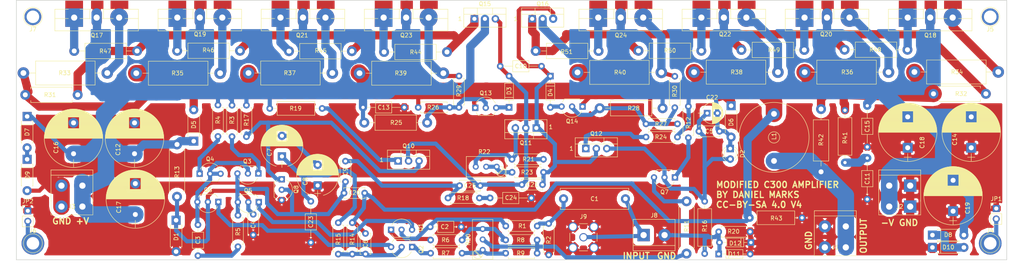
<source format=kicad_pcb>
(kicad_pcb (version 4) (host pcbnew 4.0.7)
  (layers (0 F.Cu signal) (31 B.Cu signal) (34 B.Paste user) (35 F.Paste user) (36 B.SilkS user) (37 F.SilkS user) (38 B.Mask user) (39 F.Mask user) (44 Edge.Cuts user))
  (net 0 "")
  (net 1 "Net-(C1-Pad1)")
  (net 2 INPUT)
  (net 3 GND)
  (net 4 "Net-(C2-Pad2)")
  (net 5 "Net-(C3-Pad1)")
  (net 6 "Net-(C3-Pad2)")
  (net 7 "Net-(C4-Pad2)")
  (net 8 -48V)
  (net 9 "Net-(C6-Pad1)")
  (net 10 OUTPUT)
  (net 11 "Net-(C7-Pad2)")
  (net 12 "Net-(C10-Pad2)")
  (net 13 "Net-(C10-Pad1)")
  (net 14 +48V)
  (net 15 "Net-(D3-Pad1)")
  (net 16 "Net-(D4-Pad2)")
  (net 17 "Net-(Q1-Pad3)")
  (net 18 "Net-(Q1-Pad1)")
  (net 19 "Net-(Q2-Pad3)")
  (net 20 "Net-(Q2-Pad1)")
  (net 21 "Net-(Q7-Pad3)")
  (net 22 "Net-(Q7-Pad1)")
  (net 23 "Net-(Q10-Pad3)")
  (net 24 "Net-(Q10-Pad1)")
  (net 25 "Net-(Q13-Pad2)")
  (net 26 "Net-(Q14-Pad2)")
  (net 27 "Net-(Q17-Pad3)")
  (net 28 "Net-(Q18-Pad3)")
  (net 29 "Net-(Q19-Pad3)")
  (net 30 "Net-(Q20-Pad3)")
  (net 31 "Net-(Q21-Pad3)")
  (net 32 "Net-(Q22-Pad3)")
  (net 33 "Net-(Q23-Pad3)")
  (net 34 "Net-(Q24-Pad3)")
  (net 35 "Net-(R10-Pad3)")
  (net 36 "Net-(R10-Pad1)")
  (net 37 "Net-(R10-Pad2)")
  (net 38 "Net-(R22-Pad1)")
  (net 39 "Net-(C11-Pad2)")
  (net 40 "Net-(Q3-Pad1)")
  (net 41 "Net-(Q4-Pad1)")
  (net 42 "Net-(D7-Pad2)")
  (net 43 "Net-(D10-Pad2)")
  (net 44 "Net-(C22-Pad1)")
  (net 45 "Net-(C23-Pad2)")
  (net 46 "Net-(C25-Pad1)")
  (net 47 "Net-(C24-Pad1)")
  (net 48 "Net-(J4-Pad1)")
  (net 49 "Net-(J6-Pad1)")
  (net 50 "Net-(C20-Pad2)")
  (net 51 "Net-(C20-Pad1)")
  (net 52 GNDS)
  (net 53 "Net-(Q17-Pad1)")
  (net 54 "Net-(Q18-Pad1)")
  (net 55 "Net-(Q19-Pad1)")
  (net 56 "Net-(Q20-Pad1)")
  (net 57 "Net-(Q21-Pad1)")
  (net 58 "Net-(Q22-Pad1)")
  (net 59 "Net-(Q23-Pad1)")
  (net 60 "Net-(Q24-Pad1)")
  (net 61 "Net-(Q11-Pad3)")
  (net 62 "Net-(Q12-Pad1)")
  (net 63 "Net-(Q15-Pad1)")
  (net 64 "Net-(Q16-Pad1)")
  (module Resistors_THT:R_Axial_DIN0411_L9.9mm_D3.6mm_P15.24mm_Horizontal (layer F.Cu) (at 151.85 55.3)
    (fp_text reference R51 (at 7.5 0.2) (layer F.SilkS))
    (fp_text value 2R2)
    (pad 1 thru_hole circle (at 0 0) (size 2.4 2.4) (drill 1.2) (layers *.Cu *.Mask) (net 64 "Net-(Q16-Pad1)"))
    (pad 2 thru_hole oval (at 15.24 0) (size 2.4 2.4) (drill 1.2) (layers *.Cu *.Mask) (net 60 "Net-(Q24-Pad1)"))
  )
  (module TO_SOT_Packages_THT:TO-92_Inline_Wide (layer F.Cu) (at 185.6 86 180)
    (fp_text reference Q7 (at 2.54 -3.56 360) (layer F.SilkS))
    (fp_text value 2N5551)
    (pad 2 thru_hole circle (at 2.54 0 270) (size 1.52 1.52) (drill 0.8) (layers *.Cu *.Mask) (net 44 "Net-(C22-Pad1)"))
    (pad 3 thru_hole circle (at 5.08 0 270) (size 1.52 1.52) (drill 0.8) (layers *.Cu *.Mask) (net 21 "Net-(Q7-Pad3)"))
    (pad 1 thru_hole rect (at 0 0 270) (size 1.52 1.52) (drill 0.8) (layers *.Cu *.Mask) (net 22 "Net-(Q7-Pad1)"))
  )
  (module TO_SOT_Packages_THT:TO-92_Inline_Wide (layer F.Cu) (at 70.4 85.1)
    (fp_text reference Q4 (at 2.54 -3.56 180) (layer F.SilkS))
    (fp_text value 2N5401)
    (pad 2 thru_hole circle (at 2.54 0 90) (size 1.52 1.52) (drill 0.8) (layers *.Cu *.Mask) (net 6 "Net-(C3-Pad2)"))
    (pad 3 thru_hole circle (at 5.08 0 90) (size 1.52 1.52) (drill 0.8) (layers *.Cu *.Mask) (net 6 "Net-(C3-Pad2)"))
    (pad 1 thru_hole rect (at 0 0 90) (size 1.52 1.52) (drill 0.8) (layers *.Cu *.Mask) (net 41 "Net-(Q4-Pad1)"))
  )
  (module Resistors_THT:R_Axial_DIN0309_L9.0mm_D3.2mm_P12.70mm_Horizontal (layer F.Cu) (at 100.1 69.25 180)
    (fp_text reference R19 (at 6.44 0 180) (layer F.SilkS))
    (fp_text value 33R)
    (pad 1 thru_hole circle (at 0 0 180) (size 1.6 1.6) (drill 0.8) (layers *.Cu *.Mask) (net 24 "Net-(Q10-Pad1)"))
    (pad 2 thru_hole oval (at 12.7 0 180) (size 1.6 1.6) (drill 0.8) (layers *.Cu *.Mask) (net 14 +48V))
  )
  (module Diodes_THT:D_DO-41_SOD81_P7.62mm_Horizontal (layer F.Cu) (at 199.2 68.6 270)
    (fp_text reference D6 (at 4 0 270) (layer F.SilkS))
    (fp_text value 1N4007)
    (pad 1 thru_hole rect (at 0 0 270) (size 2.2 2.2) (drill 1.1) (layers *.Cu *.Mask) (net 50 "Net-(C20-Pad2)"))
    (pad 2 thru_hole oval (at 7.62 0 270) (size 2.2 2.2) (drill 1.1) (layers *.Cu *.Mask) (net 8 -48V))
  )
  (module Capacitors_THT:CP_Radial_D14.0mm_P7.50mm (layer F.Cu) (at 54.625 80.25 90)
    (fp_text reference C12 (at 1 -4 90) (layer F.SilkS))
    (fp_text value "100 uF")
    (pad 1 thru_hole rect (at 0 0 90) (size 2.4 2.4) (drill 1.2) (layers *.Cu *.Mask) (net 14 +48V))
    (pad 2 thru_hole circle (at 7.5 0 90) (size 2.4 2.4) (drill 1.2) (layers *.Cu *.Mask) (net 3 GND))
  )
  (module Connectors:SMA_THT_Jack_Straight (layer F.Cu) (at 163.42 100.53)
    (fp_text reference J9 (at 0 -5) (layer F.SilkS))
    (fp_text value Conn_Coaxial)
    (pad 2 thru_hole circle (at -2.54 2.54) (size 2.2 2.2) (drill 1.7) (layers *.Cu *.Mask) (net 52 GNDS))
    (pad 2 thru_hole circle (at -2.54 -2.54) (size 2.2 2.2) (drill 1.7) (layers *.Cu *.Mask) (net 52 GNDS))
    (pad 2 thru_hole circle (at 2.54 -2.54) (size 2.2 2.2) (drill 1.7) (layers *.Cu *.Mask) (net 52 GNDS))
    (pad 2 thru_hole circle (at 2.54 2.54) (size 2.2 2.2) (drill 1.7) (layers *.Cu *.Mask) (net 52 GNDS))
    (pad 1 thru_hole circle (at 0 0) (size 2 2) (drill 1.5) (layers *.Cu *.Mask) (net 2 INPUT))
  )
  (module Capacitors_THT:CP_Radial_D5.0mm_P2.50mm (layer F.Cu) (at 193.4 70.4)
    (fp_text reference C22 (at 1.2 -3.8) (layer F.SilkS))
    (fp_text value "47 uF")
    (pad 1 thru_hole rect (at 0 0) (size 1.6 1.6) (drill 0.8) (layers *.Cu *.Mask) (net 44 "Net-(C22-Pad1)"))
    (pad 2 thru_hole circle (at 2.5 0) (size 1.6 1.6) (drill 0.8) (layers *.Cu *.Mask) (net 8 -48V))
  )
  (module TO_SOT_Packages_THT:TO-92_Inline_Wide (layer F.Cu) (at 116.8 98.7)
    (fp_text reference Q1 (at 7.2 -0.6 270) (layer F.SilkS))
    (fp_text value 2N5551)
    (pad 2 thru_hole circle (at 2.54 0 90) (size 1.52 1.52) (drill 0.8) (layers *.Cu *.Mask) (net 4 "Net-(C2-Pad2)"))
    (pad 3 thru_hole circle (at 5.08 0 90) (size 1.52 1.52) (drill 0.8) (layers *.Cu *.Mask) (net 17 "Net-(Q1-Pad3)"))
    (pad 1 thru_hole rect (at 0 0 90) (size 1.52 1.52) (drill 0.8) (layers *.Cu *.Mask) (net 18 "Net-(Q1-Pad1)"))
  )
  (module Resistors_THT:R_Axial_DIN0207_L6.3mm_D2.5mm_P7.62mm_Horizontal (layer F.Cu) (at 186.2 73 180)
    (fp_text reference R27 (at 4 0 180) (layer F.SilkS))
    (fp_text value 33R)
    (pad 1 thru_hole circle (at 0 0 180) (size 1.6 1.6) (drill 0.8) (layers *.Cu *.Mask) (net 50 "Net-(C20-Pad2)"))
    (pad 2 thru_hole oval (at 7.62 0 180) (size 1.6 1.6) (drill 0.8) (layers *.Cu *.Mask) (net 26 "Net-(Q14-Pad2)"))
  )
  (module Capacitors_THT:C_Axial_L3.8mm_D2.6mm_P7.50mm_Horizontal (layer F.Cu) (at 133.8 98 180)
    (fp_text reference C2 (at 4 0 180) (layer F.SilkS))
    (fp_text value "470 pF")
    (pad 1 thru_hole circle (at 0 0 180) (size 1.6 1.6) (drill 0.8) (layers *.Cu *.Mask) (net 52 GNDS))
    (pad 2 thru_hole oval (at 7.5 0 180) (size 1.6 1.6) (drill 0.8) (layers *.Cu *.Mask) (net 4 "Net-(C2-Pad2)"))
  )
  (module Capacitors_THT:C_Axial_L3.8mm_D2.6mm_P7.50mm_Horizontal (layer F.Cu) (at 70 105 90)
    (fp_text reference C3 (at 3.75 0.01 90) (layer F.SilkS))
    (fp_text value "150 pF")
    (pad 1 thru_hole circle (at 0 0 90) (size 1.6 1.6) (drill 0.8) (layers *.Cu *.Mask) (net 5 "Net-(C3-Pad1)"))
    (pad 2 thru_hole oval (at 7.5 0 90) (size 1.6 1.6) (drill 0.8) (layers *.Cu *.Mask) (net 6 "Net-(C3-Pad2)"))
  )
  (module Capacitors_THT:C_Disc_D5.0mm_W2.5mm_P5.00mm (layer F.Cu) (at 83.4 99.95 90)
    (fp_text reference C4 (at 2.5 0 90) (layer F.SilkS))
    (fp_text value "0.1 uF")
    (pad 1 thru_hole circle (at 0 0 90) (size 1.6 1.6) (drill 0.8) (layers *.Cu *.Mask) (net 52 GNDS))
    (pad 2 thru_hole circle (at 5 0 90) (size 1.6 1.6) (drill 0.8) (layers *.Cu *.Mask) (net 7 "Net-(C4-Pad2)"))
  )
  (module Capacitors_THT:C_Disc_D5.0mm_W2.5mm_P5.00mm (layer F.Cu) (at 196.4 74.8 180)
    (fp_text reference C5 (at 2.5 0 180) (layer F.SilkS))
    (fp_text value "0.1 uF")
    (pad 1 thru_hole circle (at 0 0 180) (size 1.6 1.6) (drill 0.8) (layers *.Cu *.Mask) (net 8 -48V))
    (pad 2 thru_hole circle (at 5 0 180) (size 1.6 1.6) (drill 0.8) (layers *.Cu *.Mask) (net 44 "Net-(C22-Pad1)"))
  )
  (module Capacitors_THT:C_Disc_D5.0mm_W2.5mm_P5.00mm (layer F.Cu) (at 110.6 104.6 90)
    (fp_text reference C6 (at 2.5 0 90) (layer F.SilkS))
    (fp_text value NC)
    (pad 1 thru_hole circle (at 0 0 90) (size 1.6 1.6) (drill 0.8) (layers *.Cu *.Mask) (net 9 "Net-(C6-Pad1)"))
    (pad 2 thru_hole circle (at 5 0 90) (size 1.6 1.6) (drill 0.8) (layers *.Cu *.Mask) (net 50 "Net-(C20-Pad2)"))
  )
  (module Capacitors_THT:CP_Radial_D10.0mm_P5.00mm (layer F.Cu) (at 90.35 80.9 90)
    (fp_text reference C7 (at 1 -3 90) (layer F.SilkS))
    (fp_text value "1000 uF")
    (pad 1 thru_hole rect (at 0 0 90) (size 2 2) (drill 1) (layers *.Cu *.Mask) (net 45 "Net-(C23-Pad2)"))
    (pad 2 thru_hole circle (at 5 0 90) (size 2 2) (drill 1) (layers *.Cu *.Mask) (net 11 "Net-(C7-Pad2)"))
  )
  (module Capacitors_THT:CP_Radial_D10.0mm_P5.00mm (layer F.Cu) (at 99 87.95 90)
    (fp_text reference C8 (at 1 -3 90) (layer F.SilkS))
    (fp_text value "1000 uF")
    (pad 1 thru_hole rect (at 0 0 90) (size 2 2) (drill 1) (layers *.Cu *.Mask) (net 52 GNDS))
    (pad 2 thru_hole circle (at 5 0 90) (size 2 2) (drill 1) (layers *.Cu *.Mask) (net 11 "Net-(C7-Pad2)"))
  )
  (module Capacitors_THT:C_Disc_D5.0mm_W2.5mm_P5.00mm (layer F.Cu) (at 105.75 87.05 90)
    (fp_text reference C9 (at 2.5 0 90) (layer F.SilkS))
    (fp_text value "150 pF")
    (pad 1 thru_hole circle (at 0 0 90) (size 1.6 1.6) (drill 0.8) (layers *.Cu *.Mask) (net 51 "Net-(C20-Pad1)"))
    (pad 2 thru_hole circle (at 5 0 90) (size 1.6 1.6) (drill 0.8) (layers *.Cu *.Mask) (net 46 "Net-(C25-Pad1)"))
  )
  (module Capacitors_THT:C_Axial_L3.8mm_D2.6mm_P10.00mm_Horizontal (layer F.Cu) (at 153.25 59 180)
    (fp_text reference C10 (at 5 0 180) (layer F.SilkS))
    (fp_text value "0.1 uF")
    (pad 1 thru_hole circle (at 0 0 180) (size 1.6 1.6) (drill 0.8) (layers *.Cu *.Mask) (net 13 "Net-(C10-Pad1)"))
    (pad 2 thru_hole oval (at 10 0 180) (size 1.6 1.6) (drill 0.8) (layers *.Cu *.Mask) (net 12 "Net-(C10-Pad2)"))
  )
  (module Capacitors_THT:C_Axial_L3.8mm_D2.6mm_P10.00mm_Horizontal (layer F.Cu) (at 232.2 91.3 90)
    (fp_text reference C11 (at 5 0 90) (layer F.SilkS))
    (fp_text value "0.1 uF")
    (pad 1 thru_hole circle (at 0 0 90) (size 1.6 1.6) (drill 0.8) (layers *.Cu *.Mask) (net 3 GND))
    (pad 2 thru_hole oval (at 10 0 90) (size 1.6 1.6) (drill 0.8) (layers *.Cu *.Mask) (net 39 "Net-(C11-Pad2)"))
  )
  (module Capacitors_THT:C_Axial_L3.8mm_D2.6mm_P10.00mm_Horizontal (layer F.Cu) (at 110 69)
    (fp_text reference C13 (at 5 0) (layer F.SilkS))
    (fp_text value "0.1 uF")
    (pad 1 thru_hole circle (at 0 0) (size 1.6 1.6) (drill 0.8) (layers *.Cu *.Mask) (net 14 +48V))
    (pad 2 thru_hole oval (at 10 0) (size 1.6 1.6) (drill 0.8) (layers *.Cu *.Mask) (net 3 GND))
  )
  (module Capacitors_THT:CP_Radial_D14.0mm_P7.50mm (layer F.Cu) (at 257.4 78.8 90)
    (fp_text reference C14 (at 2 -4 90) (layer F.SilkS))
    (fp_text value "100 uF")
    (pad 1 thru_hole rect (at 0 0 90) (size 2.4 2.4) (drill 1.2) (layers *.Cu *.Mask) (net 3 GND))
    (pad 2 thru_hole circle (at 7.5 0 90) (size 2.4 2.4) (drill 1.2) (layers *.Cu *.Mask) (net 8 -48V))
  )
  (module Capacitors_THT:C_Axial_L3.8mm_D2.6mm_P10.00mm_Horizontal (layer F.Cu) (at 232.2 68.6 270)
    (fp_text reference C15 (at 5 0 270) (layer F.SilkS))
    (fp_text value "0.1 uF")
    (pad 1 thru_hole circle (at 0 0 270) (size 1.6 1.6) (drill 0.8) (layers *.Cu *.Mask) (net 8 -48V))
    (pad 2 thru_hole oval (at 10 0 270) (size 1.6 1.6) (drill 0.8) (layers *.Cu *.Mask) (net 3 GND))
  )
  (module Diodes_THT:D_DO-41_SOD81_P7.62mm_Horizontal (layer F.Cu) (at 64.7 96.4 270)
    (fp_text reference D1 (at 4 0 270) (layer F.SilkS))
    (fp_text value 1N4752A)
    (pad 1 thru_hole rect (at 0 0 270) (size 2.2 2.2) (drill 1.1) (layers *.Cu *.Mask) (net 7 "Net-(C4-Pad2)"))
    (pad 2 thru_hole oval (at 7.62 0 270) (size 2.2 2.2) (drill 1.1) (layers *.Cu *.Mask) (net 52 GNDS))
  )
  (module LEDs:LED_D3.0mm (layer F.Cu) (at 199 79 270)
    (fp_text reference D2 (at 1.27 -2.96 270) (layer F.SilkS))
    (fp_text value "RED LED")
    (pad 1 thru_hole rect (at 0 0 270) (size 1.8 1.8) (drill 0.9) (layers *.Cu *.Mask) (net 8 -48V))
    (pad 2 thru_hole circle (at 2.54 0 270) (size 1.8 1.8) (drill 0.9) (layers *.Cu *.Mask) (net 44 "Net-(C22-Pad1)"))
  )
  (module Diodes_THT:D_DO-35_SOD27_P7.62mm_Horizontal (layer F.Cu) (at 145.4 69 90)
    (fp_text reference D3 (at 4 0 90) (layer F.SilkS))
    (fp_text value 1N4148)
    (pad 1 thru_hole rect (at 0 0 90) (size 1.6 1.6) (drill 0.8) (layers *.Cu *.Mask) (net 15 "Net-(D3-Pad1)"))
    (pad 2 thru_hole oval (at 7.62 0 90) (size 1.6 1.6) (drill 0.8) (layers *.Cu *.Mask) (net 12 "Net-(C10-Pad2)"))
  )
  (module Diodes_THT:D_DO-35_SOD27_P7.62mm_Horizontal (layer F.Cu) (at 155.4 61.4 270)
    (fp_text reference D4 (at 4 0 270) (layer F.SilkS))
    (fp_text value 1N4148)
    (pad 1 thru_hole rect (at 0 0 270) (size 1.6 1.6) (drill 0.8) (layers *.Cu *.Mask) (net 13 "Net-(C10-Pad1)"))
    (pad 2 thru_hole oval (at 7.62 0 270) (size 1.6 1.6) (drill 0.8) (layers *.Cu *.Mask) (net 16 "Net-(D4-Pad2)"))
  )
  (module Diodes_THT:D_DO-41_SOD81_P7.62mm_Horizontal (layer F.Cu) (at 68.975 77.2 90)
    (fp_text reference D5 (at 4 0 90) (layer F.SilkS))
    (fp_text value 1N4007)
    (pad 1 thru_hole rect (at 0 0 90) (size 2.2 2.2) (drill 1.1) (layers *.Cu *.Mask) (net 14 +48V))
    (pad 2 thru_hole oval (at 7.62 0 90) (size 2.2 2.2) (drill 1.1) (layers *.Cu *.Mask) (net 50 "Net-(C20-Pad2)"))
  )
  (module Resistors_THT:R_Axial_DIN0207_L6.3mm_D2.5mm_P7.62mm_Horizontal (layer F.Cu) (at 144.6 97.8)
    (fp_text reference R1 (at 4 0) (layer F.SilkS))
    (fp_text value 1k)
    (pad 1 thru_hole circle (at 0 0) (size 1.6 1.6) (drill 0.8) (layers *.Cu *.Mask) (net 4 "Net-(C2-Pad2)"))
    (pad 2 thru_hole oval (at 7.62 0) (size 1.6 1.6) (drill 0.8) (layers *.Cu *.Mask) (net 1 "Net-(C1-Pad1)"))
  )
  (module Resistors_THT:R_Axial_DIN0207_L6.3mm_D2.5mm_P7.62mm_Horizontal (layer F.Cu) (at 155 97.2 270)
    (fp_text reference R2 (at 4 0 270) (layer F.SilkS))
    (fp_text value 10k)
    (pad 1 thru_hole circle (at 0 0 270) (size 1.6 1.6) (drill 0.8) (layers *.Cu *.Mask) (net 1 "Net-(C1-Pad1)"))
    (pad 2 thru_hole oval (at 7.62 0 270) (size 1.6 1.6) (drill 0.8) (layers *.Cu *.Mask) (net 52 GNDS))
  )
  (module Resistors_THT:R_Axial_DIN0207_L6.3mm_D2.5mm_P7.62mm_Horizontal (layer F.Cu) (at 78.25 76.1 90)
    (fp_text reference R3 (at 4 0 90) (layer F.SilkS))
    (fp_text value 180R)
    (pad 1 thru_hole circle (at 0 0 90) (size 1.6 1.6) (drill 0.8) (layers *.Cu *.Mask) (net 40 "Net-(Q3-Pad1)"))
    (pad 2 thru_hole oval (at 7.62 0 90) (size 1.6 1.6) (drill 0.8) (layers *.Cu *.Mask) (net 14 +48V))
  )
  (module Resistors_THT:R_Axial_DIN0207_L6.3mm_D2.5mm_P7.62mm_Horizontal (layer F.Cu) (at 74.85 76.05 90)
    (fp_text reference R4 (at 4 0 90) (layer F.SilkS))
    (fp_text value 180R)
    (pad 1 thru_hole circle (at 0 0 90) (size 1.6 1.6) (drill 0.8) (layers *.Cu *.Mask) (net 41 "Net-(Q4-Pad1)"))
    (pad 2 thru_hole oval (at 7.62 0 90) (size 1.6 1.6) (drill 0.8) (layers *.Cu *.Mask) (net 14 +48V))
  )
  (module Resistors_THT:R_Axial_DIN0207_L6.3mm_D2.5mm_P7.62mm_Horizontal (layer F.Cu) (at 79.7 95.2 270)
    (fp_text reference R5 (at 4 0 270) (layer F.SilkS))
    (fp_text value 1k)
    (pad 1 thru_hole circle (at 0 0 270) (size 1.6 1.6) (drill 0.8) (layers *.Cu *.Mask) (net 51 "Net-(C20-Pad1)"))
    (pad 2 thru_hole oval (at 7.62 0 270) (size 1.6 1.6) (drill 0.8) (layers *.Cu *.Mask) (net 5 "Net-(C3-Pad1)"))
  )
  (module Resistors_THT:R_Axial_DIN0207_L6.3mm_D2.5mm_P7.62mm_Horizontal (layer F.Cu) (at 134 101.2 180)
    (fp_text reference R6 (at 4 0 180) (layer F.SilkS))
    (fp_text value 100R)
    (pad 1 thru_hole circle (at 0 0 180) (size 1.6 1.6) (drill 0.8) (layers *.Cu *.Mask) (net 35 "Net-(R10-Pad3)"))
    (pad 2 thru_hole oval (at 7.62 0 180) (size 1.6 1.6) (drill 0.8) (layers *.Cu *.Mask) (net 18 "Net-(Q1-Pad1)"))
  )
  (module Resistors_THT:R_Axial_DIN0207_L6.3mm_D2.5mm_P7.62mm_Horizontal (layer F.Cu) (at 134 104.4 180)
    (fp_text reference R7 (at 4 0 180) (layer F.SilkS))
    (fp_text value 100R)
    (pad 1 thru_hole circle (at 0 0 180) (size 1.6 1.6) (drill 0.8) (layers *.Cu *.Mask) (net 36 "Net-(R10-Pad1)"))
    (pad 2 thru_hole oval (at 7.62 0 180) (size 1.6 1.6) (drill 0.8) (layers *.Cu *.Mask) (net 20 "Net-(Q2-Pad1)"))
  )
  (module Resistors_THT:R_Axial_DIN0207_L6.3mm_D2.5mm_P7.62mm_Horizontal (layer F.Cu) (at 152.2 101.2 180)
    (fp_text reference R8 (at 4 0 180) (layer F.SilkS))
    (fp_text value 56R)
    (pad 1 thru_hole circle (at 0 0 180) (size 1.6 1.6) (drill 0.8) (layers *.Cu *.Mask) (net 37 "Net-(R10-Pad2)"))
    (pad 2 thru_hole oval (at 7.62 0 180) (size 1.6 1.6) (drill 0.8) (layers *.Cu *.Mask) (net 35 "Net-(R10-Pad3)"))
  )
  (module Resistors_THT:R_Axial_DIN0207_L6.3mm_D2.5mm_P7.62mm_Horizontal (layer F.Cu) (at 152.2 104.4 180)
    (fp_text reference R9 (at 4 0 180) (layer F.SilkS))
    (fp_text value 56R)
    (pad 1 thru_hole circle (at 0 0 180) (size 1.6 1.6) (drill 0.8) (layers *.Cu *.Mask) (net 37 "Net-(R10-Pad2)"))
    (pad 2 thru_hole oval (at 7.62 0 180) (size 1.6 1.6) (drill 0.8) (layers *.Cu *.Mask) (net 36 "Net-(R10-Pad1)"))
  )
  (module Potentiometers:Potentiometer_Trimmer_Bourns_3296W (layer F.Cu) (at 139 103.6 270)
    (fp_text reference R10 (at -2.5 3.5 270) (layer F.SilkS))
    (fp_text value 100R)
    (pad 1 thru_hole circle (at 0 0 270) (size 1.44 1.44) (drill 0.8) (layers *.Cu *.Mask) (net 36 "Net-(R10-Pad1)"))
    (pad 2 thru_hole circle (at -2.54 0 270) (size 1.44 1.44) (drill 0.8) (layers *.Cu *.Mask) (net 37 "Net-(R10-Pad2)"))
    (pad 3 thru_hole circle (at -5.08 0 270) (size 1.44 1.44) (drill 0.8) (layers *.Cu *.Mask) (net 35 "Net-(R10-Pad3)"))
  )
  (module Resistors_THT:R_Axial_DIN0411_L9.9mm_D3.6mm_P12.70mm_Horizontal (layer F.Cu) (at 188.4 91.8 270)
    (fp_text reference R11 (at 6 0 270) (layer F.SilkS))
    (fp_text value 6k8)
    (pad 1 thru_hole circle (at 0 0 270) (size 2.4 2.4) (drill 1.2) (layers *.Cu *.Mask) (net 21 "Net-(Q7-Pad3)"))
    (pad 2 thru_hole oval (at 12.7 0 270) (size 2.4 2.4) (drill 1.2) (layers *.Cu *.Mask) (net 37 "Net-(R10-Pad2)"))
  )
  (module Resistors_THT:R_Axial_DIN0207_L6.3mm_D2.5mm_P7.62mm_Horizontal (layer F.Cu) (at 188.85 68.75 270)
    (fp_text reference R12 (at 4 0 270) (layer F.SilkS))
    (fp_text value 200R)
    (pad 1 thru_hole circle (at 0 0 270) (size 1.6 1.6) (drill 0.8) (layers *.Cu *.Mask) (net 8 -48V))
    (pad 2 thru_hole oval (at 7.62 0 270) (size 1.6 1.6) (drill 0.8) (layers *.Cu *.Mask) (net 22 "Net-(Q7-Pad1)"))
  )
  (module Resistors_THT:R_Axial_DIN0411_L9.9mm_D3.6mm_P12.70mm_Horizontal (layer F.Cu) (at 64.925 90.7 90)
    (fp_text reference R13 (at 6 0 90) (layer F.SilkS))
    (fp_text value 5k6)
    (pad 1 thru_hole circle (at 0 0 90) (size 2.4 2.4) (drill 1.2) (layers *.Cu *.Mask) (net 7 "Net-(C4-Pad2)"))
    (pad 2 thru_hole oval (at 12.7 0 90) (size 2.4 2.4) (drill 1.2) (layers *.Cu *.Mask) (net 14 +48V))
  )
  (module Resistors_THT:R_Axial_DIN0207_L6.3mm_D2.5mm_P7.62mm_Horizontal (layer F.Cu) (at 107.4 97 270)
    (fp_text reference R14 (at 4 0 270) (layer F.SilkS))
    (fp_text value 10k)
    (pad 1 thru_hole circle (at 0 0 270) (size 1.6 1.6) (drill 0.8) (layers *.Cu *.Mask) (net 50 "Net-(C20-Pad2)"))
    (pad 2 thru_hole oval (at 7.62 0 270) (size 1.6 1.6) (drill 0.8) (layers *.Cu *.Mask) (net 9 "Net-(C6-Pad1)"))
  )
  (module Resistors_THT:R_Axial_DIN0207_L6.3mm_D2.5mm_P7.62mm_Horizontal (layer F.Cu) (at 104 97 270)
    (fp_text reference R15 (at 4 0 270) (layer F.SilkS))
    (fp_text value 330R)
    (pad 1 thru_hole circle (at 0 0 270) (size 1.6 1.6) (drill 0.8) (layers *.Cu *.Mask) (net 45 "Net-(C23-Pad2)"))
    (pad 2 thru_hole oval (at 7.62 0 270) (size 1.6 1.6) (drill 0.8) (layers *.Cu *.Mask) (net 9 "Net-(C6-Pad1)"))
  )
  (module Resistors_THT:R_Axial_DIN0309_L9.0mm_D3.2mm_P12.70mm_Horizontal (layer F.Cu) (at 192.8 91.8 270)
    (fp_text reference R16 (at 6 0 270) (layer F.SilkS))
    (fp_text value 6k8)
    (pad 1 thru_hole circle (at 0 0 270) (size 1.6 1.6) (drill 0.8) (layers *.Cu *.Mask) (net 44 "Net-(C22-Pad1)"))
    (pad 2 thru_hole oval (at 12.7 0 270) (size 1.6 1.6) (drill 0.8) (layers *.Cu *.Mask) (net 52 GNDS))
  )
  (module Resistors_THT:R_Axial_DIN0207_L6.3mm_D2.5mm_P7.62mm_Horizontal (layer F.Cu) (at 81.75 76.1 90)
    (fp_text reference R17 (at 4 0 90) (layer F.SilkS))
    (fp_text value 1k)
    (pad 1 thru_hole circle (at 0 0 90) (size 1.6 1.6) (drill 0.8) (layers *.Cu *.Mask) (net 23 "Net-(Q10-Pad3)"))
    (pad 2 thru_hole oval (at 7.62 0 90) (size 1.6 1.6) (drill 0.8) (layers *.Cu *.Mask) (net 14 +48V))
  )
  (module Resistors_THT:R_Axial_DIN0207_L6.3mm_D2.5mm_P7.62mm_Horizontal (layer F.Cu) (at 146.1 81.6)
    (fp_text reference R21 (at 4 0) (layer F.SilkS))
    (fp_text value 390R)
    (pad 1 thru_hole circle (at 0 0) (size 1.6 1.6) (drill 0.8) (layers *.Cu *.Mask) (net 61 "Net-(Q11-Pad3)"))
    (pad 2 thru_hole oval (at 7.62 0) (size 1.6 1.6) (drill 0.8) (layers *.Cu *.Mask) (net 12 "Net-(C10-Pad2)"))
  )
  (module Potentiometers:Potentiometer_Trimmer_Bourns_3296W (layer F.Cu) (at 142.4 83.4)
    (fp_text reference R22 (at -3 -3.6 180) (layer F.SilkS))
    (fp_text value 200R)
    (pad 1 thru_hole circle (at 0 0) (size 1.44 1.44) (drill 0.8) (layers *.Cu *.Mask) (net 38 "Net-(R22-Pad1)"))
    (pad 2 thru_hole circle (at -2.54 0) (size 1.44 1.44) (drill 0.8) (layers *.Cu *.Mask) (net 38 "Net-(R22-Pad1)"))
    (pad 3 thru_hole circle (at -5.08 0) (size 1.44 1.44) (drill 0.8) (layers *.Cu *.Mask) (net 61 "Net-(Q11-Pad3)"))
  )
  (module Resistors_THT:R_Axial_DIN0207_L6.3mm_D2.5mm_P7.62mm_Horizontal (layer F.Cu) (at 153.75 84.75 180)
    (fp_text reference R23 (at 4 0 180) (layer F.SilkS))
    (fp_text value 100R)
    (pad 1 thru_hole circle (at 0 0 180) (size 1.6 1.6) (drill 0.8) (layers *.Cu *.Mask) (net 13 "Net-(C10-Pad1)"))
    (pad 2 thru_hole oval (at 7.62 0 180) (size 1.6 1.6) (drill 0.8) (layers *.Cu *.Mask) (net 38 "Net-(R22-Pad1)"))
  )
  (module Resistors_THT:R_Axial_DIN0207_L6.3mm_D2.5mm_P7.62mm_Horizontal (layer F.Cu) (at 186.2 76.2 180)
    (fp_text reference R24 (at 4 0 180) (layer F.SilkS))
    (fp_text value 120R)
    (pad 1 thru_hole circle (at 0 0 180) (size 1.6 1.6) (drill 0.8) (layers *.Cu *.Mask) (net 8 -48V))
    (pad 2 thru_hole oval (at 7.62 0 180) (size 1.6 1.6) (drill 0.8) (layers *.Cu *.Mask) (net 62 "Net-(Q12-Pad1)"))
  )
  (module Resistors_THT:R_Axial_DIN0207_L6.3mm_D2.5mm_P7.62mm_Horizontal (layer F.Cu) (at 131 69 180)
    (fp_text reference R26 (at 4 0 180) (layer F.SilkS))
    (fp_text value 33R)
    (pad 1 thru_hole circle (at 0 0 180) (size 1.6 1.6) (drill 0.8) (layers *.Cu *.Mask) (net 25 "Net-(Q13-Pad2)"))
    (pad 2 thru_hole oval (at 7.62 0 180) (size 1.6 1.6) (drill 0.8) (layers *.Cu *.Mask) (net 50 "Net-(C20-Pad2)"))
  )
  (module Resistors_THT:R_Axial_DIN0411_L9.9mm_D3.6mm_P15.24mm_Horizontal (layer F.Cu) (at 182.6 69.2 180)
    (fp_text reference R28 (at 7 0 180) (layer F.SilkS))
    (fp_text value 6k8)
    (pad 1 thru_hole circle (at 0 0 180) (size 2.4 2.4) (drill 1.2) (layers *.Cu *.Mask) (net 8 -48V))
    (pad 2 thru_hole oval (at 15.24 0 180) (size 2.4 2.4) (drill 1.2) (layers *.Cu *.Mask) (net 26 "Net-(Q14-Pad2)"))
  )
  (module Resistors_THT:R_Axial_DIN0207_L6.3mm_D2.5mm_P7.62mm_Horizontal (layer F.Cu) (at 133.25 69 90)
    (fp_text reference R29 (at 4 0 90) (layer F.SilkS))
    (fp_text value 120R)
    (pad 1 thru_hole circle (at 0 0 90) (size 1.6 1.6) (drill 0.8) (layers *.Cu *.Mask) (net 25 "Net-(Q13-Pad2)"))
    (pad 2 thru_hole oval (at 7.62 0 90) (size 1.6 1.6) (drill 0.8) (layers *.Cu *.Mask) (net 33 "Net-(Q23-Pad3)"))
  )
  (module Resistors_THT:R_Axial_DIN0207_L6.3mm_D2.5mm_P7.62mm_Horizontal (layer F.Cu) (at 185.56 69.07 90)
    (fp_text reference R30 (at 4 0 90) (layer F.SilkS))
    (fp_text value 120R)
    (pad 1 thru_hole circle (at 0 0 90) (size 1.6 1.6) (drill 0.8) (layers *.Cu *.Mask) (net 26 "Net-(Q14-Pad2)"))
    (pad 2 thru_hole oval (at 7.62 0 90) (size 1.6 1.6) (drill 0.8) (layers *.Cu *.Mask) (net 34 "Net-(Q24-Pad3)"))
  )
  (module Resistors_THT:R_Axial_DIN0411_L9.9mm_D3.6mm_P12.70mm_Horizontal (layer F.Cu) (at 28.15 65.95)
    (fp_text reference R31 (at 6 0) (layer F.SilkS))
    (fp_text value 33R)
    (pad 1 thru_hole circle (at 0 0) (size 2.4 2.4) (drill 1.2) (layers *.Cu *.Mask) (net 50 "Net-(C20-Pad2)"))
    (pad 2 thru_hole oval (at 12.7 0) (size 2.4 2.4) (drill 1.2) (layers *.Cu *.Mask) (net 63 "Net-(Q15-Pad1)"))
  )
  (module Resistors_THT:R_Axial_DIN0411_L9.9mm_D3.6mm_P12.70mm_Horizontal (layer F.Cu) (at 260.95 65.7 180)
    (fp_text reference R32 (at 6 0 180) (layer F.SilkS))
    (fp_text value 33R)
    (pad 1 thru_hole circle (at 0 0 180) (size 2.4 2.4) (drill 1.2) (layers *.Cu *.Mask) (net 64 "Net-(Q16-Pad1)"))
    (pad 2 thru_hole oval (at 12.7 0 180) (size 2.4 2.4) (drill 1.2) (layers *.Cu *.Mask) (net 50 "Net-(C20-Pad2)"))
  )
  (module Resistors_THT:R_Axial_DIN0309_L9.0mm_D3.2mm_P12.70mm_Horizontal (layer F.Cu) (at 226.8 82.4 90)
    (fp_text reference R41 (at 6 0 90) (layer F.SilkS))
    (fp_text value 4R7)
    (pad 1 thru_hole circle (at 0 0 90) (size 1.6 1.6) (drill 0.8) (layers *.Cu *.Mask) (net 39 "Net-(C11-Pad2)"))
    (pad 2 thru_hole oval (at 12.7 0 90) (size 1.6 1.6) (drill 0.8) (layers *.Cu *.Mask) (net 50 "Net-(C20-Pad2)"))
  )
  (module Resistors_THT:R_Axial_DIN0614_L14.3mm_D5.7mm_P20.32mm_Horizontal (layer F.Cu) (at 27.7 60.65)
    (fp_text reference R33 (at 10 0) (layer F.SilkS))
    (fp_text value 0R39)
    (pad 1 thru_hole circle (at 0 0) (size 2.8 2.8) (drill 1.4) (layers *.Cu *.Mask) (net 50 "Net-(C20-Pad2)"))
    (pad 2 thru_hole oval (at 20.32 0) (size 2.8 2.8) (drill 1.4) (layers *.Cu *.Mask) (net 27 "Net-(Q17-Pad3)"))
  )
  (module Resistors_THT:R_Axial_DIN0614_L14.3mm_D5.7mm_P20.32mm_Horizontal (layer F.Cu) (at 263.95 60.4 180)
    (fp_text reference R34 (at 10 0 180) (layer F.SilkS))
    (fp_text value 0R39)
    (pad 1 thru_hole circle (at 0 0 180) (size 2.8 2.8) (drill 1.4) (layers *.Cu *.Mask) (net 28 "Net-(Q18-Pad3)"))
    (pad 2 thru_hole oval (at 20.32 0 180) (size 2.8 2.8) (drill 1.4) (layers *.Cu *.Mask) (net 50 "Net-(C20-Pad2)"))
  )
  (module Resistors_THT:R_Axial_DIN0614_L14.3mm_D5.7mm_P20.32mm_Horizontal (layer F.Cu) (at 55.05 60.7)
    (fp_text reference R35 (at 10 0) (layer F.SilkS))
    (fp_text value 0R39)
    (pad 1 thru_hole circle (at 0 0) (size 2.8 2.8) (drill 1.4) (layers *.Cu *.Mask) (net 50 "Net-(C20-Pad2)"))
    (pad 2 thru_hole oval (at 20.32 0) (size 2.8 2.8) (drill 1.4) (layers *.Cu *.Mask) (net 29 "Net-(Q19-Pad3)"))
  )
  (module Resistors_THT:R_Axial_DIN0614_L14.3mm_D5.7mm_P20.32mm_Horizontal (layer F.Cu) (at 237.35 60.45 180)
    (fp_text reference R36 (at 10 0 180) (layer F.SilkS))
    (fp_text value 0R39)
    (pad 1 thru_hole circle (at 0 0 180) (size 2.8 2.8) (drill 1.4) (layers *.Cu *.Mask) (net 30 "Net-(Q20-Pad3)"))
    (pad 2 thru_hole oval (at 20.32 0 180) (size 2.8 2.8) (drill 1.4) (layers *.Cu *.Mask) (net 50 "Net-(C20-Pad2)"))
  )
  (module Resistors_THT:R_Axial_DIN0614_L14.3mm_D5.7mm_P20.32mm_Horizontal (layer F.Cu) (at 82.25 60.65)
    (fp_text reference R37 (at 10 0) (layer F.SilkS))
    (fp_text value 0R39)
    (pad 1 thru_hole circle (at 0 0) (size 2.8 2.8) (drill 1.4) (layers *.Cu *.Mask) (net 50 "Net-(C20-Pad2)"))
    (pad 2 thru_hole oval (at 20.32 0) (size 2.8 2.8) (drill 1.4) (layers *.Cu *.Mask) (net 31 "Net-(Q21-Pad3)"))
  )
  (module Resistors_THT:R_Axial_DIN0614_L14.3mm_D5.7mm_P20.32mm_Horizontal (layer F.Cu) (at 210.55 60.45 180)
    (fp_text reference R38 (at 10 0 180) (layer F.SilkS))
    (fp_text value 0R39)
    (pad 1 thru_hole circle (at 0 0 180) (size 2.8 2.8) (drill 1.4) (layers *.Cu *.Mask) (net 32 "Net-(Q22-Pad3)"))
    (pad 2 thru_hole oval (at 20.32 0 180) (size 2.8 2.8) (drill 1.4) (layers *.Cu *.Mask) (net 50 "Net-(C20-Pad2)"))
  )
  (module Resistors_THT:R_Axial_DIN0614_L14.3mm_D5.7mm_P20.32mm_Horizontal (layer F.Cu) (at 109.15 60.7)
    (fp_text reference R39 (at 10 0) (layer F.SilkS))
    (fp_text value 0R39)
    (pad 1 thru_hole circle (at 0 0) (size 2.8 2.8) (drill 1.4) (layers *.Cu *.Mask) (net 50 "Net-(C20-Pad2)"))
    (pad 2 thru_hole oval (at 20.32 0) (size 2.8 2.8) (drill 1.4) (layers *.Cu *.Mask) (net 33 "Net-(Q23-Pad3)"))
  )
  (module Resistors_THT:R_Axial_DIN0614_L14.3mm_D5.7mm_P20.32mm_Horizontal (layer F.Cu) (at 182.3 60.5 180)
    (fp_text reference R40 (at 10 0 180) (layer F.SilkS))
    (fp_text value 0R39)
    (pad 1 thru_hole circle (at 0 0 180) (size 2.8 2.8) (drill 1.4) (layers *.Cu *.Mask) (net 34 "Net-(Q24-Pad3)"))
    (pad 2 thru_hole oval (at 20.32 0 180) (size 2.8 2.8) (drill 1.4) (layers *.Cu *.Mask) (net 50 "Net-(C20-Pad2)"))
  )
  (module Connectors:1pin (layer F.Cu) (at 262 102)
    (fp_text reference J4 (at 0 -3.048) (layer F.SilkS))
    (fp_text value Conn_01x01)
    (pad 1 thru_hole circle (at 0 0) (size 5.5 5.5) (drill 3.048) (layers *.Cu *.Mask) (net 48 "Net-(J4-Pad1)"))
  )
  (module Connectors:1pin (layer F.Cu) (at 262 47 180)
    (fp_text reference J5 (at 0 -3.048 180) (layer F.SilkS))
    (fp_text value Conn_01x01)
    (pad 1 thru_hole circle (at 0 0 180) (size 4.064 4.064) (drill 3.048) (layers *.Cu *.Mask))
  )
  (module Connectors:1pin (layer F.Cu) (at 30 102)
    (fp_text reference J6 (at 0 -3.048) (layer F.SilkS))
    (fp_text value Conn_01x01)
    (pad 1 thru_hole circle (at 0 0) (size 5.5 5.5) (drill 3.048) (layers *.Cu *.Mask) (net 49 "Net-(J6-Pad1)"))
  )
  (module Connectors:1pin (layer F.Cu) (at 30 47 180)
    (fp_text reference J7 (at 0 -3.048 180) (layer F.SilkS))
    (fp_text value Conn_01x01)
    (pad 1 thru_hole circle (at 0 0 180) (size 4.064 4.064) (drill 3.048) (layers *.Cu *.Mask))
  )
  (module Capacitors_THT:CP_Radial_D14.0mm_P7.50mm (layer F.Cu) (at 39.85 80.25 90)
    (fp_text reference C16 (at 1.5 -4.25 90) (layer F.SilkS))
    (fp_text value "100 uF")
    (pad 1 thru_hole rect (at 0 0 90) (size 2.4 2.4) (drill 1.2) (layers *.Cu *.Mask) (net 14 +48V))
    (pad 2 thru_hole circle (at 7.5 0 90) (size 2.4 2.4) (drill 1.2) (layers *.Cu *.Mask) (net 3 GND))
  )
  (module Capacitors_THT:CP_Radial_D14.0mm_P7.50mm (layer F.Cu) (at 54.825 95 90)
    (fp_text reference C17 (at 1.75 -4 90) (layer F.SilkS))
    (fp_text value "100 uF")
    (pad 1 thru_hole rect (at 0 0 90) (size 2.4 2.4) (drill 1.2) (layers *.Cu *.Mask) (net 14 +48V))
    (pad 2 thru_hole circle (at 7.5 0 90) (size 2.4 2.4) (drill 1.2) (layers *.Cu *.Mask) (net 3 GND))
  )
  (module Capacitors_THT:CP_Radial_D14.0mm_P7.50mm (layer F.Cu) (at 242 78.8 90)
    (fp_text reference C18 (at 1.25 3.5 90) (layer F.SilkS))
    (fp_text value "100 uF")
    (pad 1 thru_hole rect (at 0 0 90) (size 2.4 2.4) (drill 1.2) (layers *.Cu *.Mask) (net 3 GND))
    (pad 2 thru_hole circle (at 7.5 0 90) (size 2.4 2.4) (drill 1.2) (layers *.Cu *.Mask) (net 8 -48V))
  )
  (module Capacitors_THT:CP_Radial_D14.0mm_P7.50mm (layer F.Cu) (at 253 94.2 90)
    (fp_text reference C19 (at 0.75 3.5 90) (layer F.SilkS))
    (fp_text value "100 uF")
    (pad 1 thru_hole rect (at 0 0 90) (size 2.4 2.4) (drill 1.2) (layers *.Cu *.Mask) (net 3 GND))
    (pad 2 thru_hole circle (at 7.5 0 90) (size 2.4 2.4) (drill 1.2) (layers *.Cu *.Mask) (net 8 -48V))
  )
  (module Resistors_THT:R_Axial_DIN0411_L9.9mm_D3.6mm_P15.24mm_Horizontal (layer F.Cu) (at 125.55 72.7 180)
    (fp_text reference R25 (at 7.5 0 180) (layer F.SilkS))
    (fp_text value 6k8)
    (pad 1 thru_hole circle (at 0 0 180) (size 2.4 2.4) (drill 1.2) (layers *.Cu *.Mask) (net 25 "Net-(Q13-Pad2)"))
    (pad 2 thru_hole oval (at 15.24 0 180) (size 2.4 2.4) (drill 1.2) (layers *.Cu *.Mask) (net 14 +48V))
  )
  (module Capacitors_THT:C_Rect_L16.5mm_W5.0mm_P15.00mm_MKT (layer F.Cu) (at 158.6 91.2)
    (fp_text reference C1 (at 7.5 0) (layer F.SilkS))
    (fp_text value "10 uF")
    (pad 1 thru_hole circle (at 0 0) (size 2.2 2.2) (drill 1.1) (layers *.Cu *.Mask) (net 1 "Net-(C1-Pad1)"))
    (pad 2 thru_hole circle (at 15 0) (size 2.2 2.2) (drill 1.1) (layers *.Cu *.Mask) (net 2 INPUT))
  )
  (module TO_SOT_Packages_THT:TO-220-3_Vertical (layer F.Cu) (at 118.5 82)
    (fp_text reference Q10 (at 2.54 -3.62) (layer F.SilkS))
    (fp_text value MJE350)
    (pad 1 thru_hole rect (at 0 0) (size 1.8 1.8) (drill 1) (layers *.Cu *.Mask) (net 24 "Net-(Q10-Pad1)"))
    (pad 2 thru_hole oval (at 2.54 0) (size 1.8 1.8) (drill 1) (layers *.Cu *.Mask) (net 12 "Net-(C10-Pad2)"))
    (pad 3 thru_hole oval (at 5.08 0) (size 1.8 1.8) (drill 1) (layers *.Cu *.Mask) (net 23 "Net-(Q10-Pad3)"))
  )
  (module TO_SOT_Packages_THT:TO-220-3_Vertical (layer F.Cu) (at 152 74 180)
    (fp_text reference Q11 (at 2.54 -3.62 180) (layer F.SilkS))
    (fp_text value MJE340)
    (pad 1 thru_hole rect (at 0 0 180) (size 1.8 1.8) (drill 1) (layers *.Cu *.Mask) (net 13 "Net-(C10-Pad1)"))
    (pad 2 thru_hole oval (at 2.54 0 180) (size 1.8 1.8) (drill 1) (layers *.Cu *.Mask) (net 12 "Net-(C10-Pad2)"))
    (pad 3 thru_hole oval (at 5.08 0 180) (size 1.8 1.8) (drill 1) (layers *.Cu *.Mask) (net 61 "Net-(Q11-Pad3)"))
  )
  (module TO_SOT_Packages_THT:TO-220-3_Vertical (layer F.Cu) (at 164 79)
    (fp_text reference Q12 (at 2.54 -3.62) (layer F.SilkS))
    (fp_text value MJE340)
    (pad 1 thru_hole rect (at 0 0) (size 1.8 1.8) (drill 1) (layers *.Cu *.Mask) (net 62 "Net-(Q12-Pad1)"))
    (pad 2 thru_hole oval (at 2.54 0) (size 1.8 1.8) (drill 1) (layers *.Cu *.Mask) (net 13 "Net-(C10-Pad1)"))
    (pad 3 thru_hole oval (at 5.08 0) (size 1.8 1.8) (drill 1) (layers *.Cu *.Mask) (net 44 "Net-(C22-Pad1)"))
  )
  (module TO_SOT_Packages_THT:TO-220-3_Vertical (layer F.Cu) (at 137 47.5)
    (fp_text reference Q15 (at 2.54 -3.62) (layer F.SilkS))
    (fp_text value MJE340)
    (pad 1 thru_hole rect (at 0 0) (size 1.8 1.8) (drill 1) (layers *.Cu *.Mask) (net 63 "Net-(Q15-Pad1)"))
    (pad 2 thru_hole oval (at 2.54 0) (size 1.8 1.8) (drill 1) (layers *.Cu *.Mask) (net 14 +48V))
    (pad 3 thru_hole oval (at 5.08 0) (size 1.8 1.8) (drill 1) (layers *.Cu *.Mask) (net 12 "Net-(C10-Pad2)"))
  )
  (module TO_SOT_Packages_THT:TO-220-3_Vertical (layer F.Cu) (at 151 47.5)
    (fp_text reference Q16 (at 2.54 -3.62) (layer F.SilkS))
    (fp_text value MJE350)
    (pad 1 thru_hole rect (at 0 0) (size 1.8 1.8) (drill 1) (layers *.Cu *.Mask) (net 64 "Net-(Q16-Pad1)"))
    (pad 2 thru_hole oval (at 2.54 0) (size 1.8 1.8) (drill 1) (layers *.Cu *.Mask) (net 8 -48V))
    (pad 3 thru_hole oval (at 5.08 0) (size 1.8 1.8) (drill 1) (layers *.Cu *.Mask) (net 13 "Net-(C10-Pad1)"))
  )
  (module Inductors_THT:L_Radial_D16.8mm_P11.43mm_Vishay_IHB-1 (layer F.Cu) (at 209.6 82 90)
    (fp_text reference L1 (at 6 0 90) (layer F.SilkS))
    (fp_text value "1 uH")
    (pad 1 thru_hole circle (at 0 0 90) (size 2.8 2.8) (drill 1.4) (layers *.Cu *.Mask) (net 10 OUTPUT))
    (pad 2 thru_hole circle (at 11.43 0 90) (size 2.8 2.8) (drill 1.4) (layers *.Cu *.Mask) (net 50 "Net-(C20-Pad2)"))
  )
  (module Resistors_THT:R_Axial_DIN0411_L9.9mm_D3.6mm_P15.24mm_Horizontal (layer F.Cu) (at 221 69.4 270)
    (fp_text reference R42 (at 7.5 0 270) (layer F.SilkS))
    (fp_text value 4R7)
    (pad 1 thru_hole circle (at 0 0 270) (size 2.4 2.4) (drill 1.2) (layers *.Cu *.Mask) (net 50 "Net-(C20-Pad2)"))
    (pad 2 thru_hole oval (at 15.24 0 270) (size 2.4 2.4) (drill 1.2) (layers *.Cu *.Mask) (net 10 OUTPUT))
  )
  (module TO_SOT_Packages_THT:TO-92_Inline_Wide (layer F.Cu) (at 121.9 102.9 180)
    (fp_text reference Q2 (at -2.2 -0.6 450) (layer F.SilkS))
    (fp_text value 2N5551)
    (pad 2 thru_hole circle (at 2.54 0 270) (size 1.52 1.52) (drill 0.8) (layers *.Cu *.Mask) (net 9 "Net-(C6-Pad1)"))
    (pad 3 thru_hole circle (at 5.08 0 270) (size 1.52 1.52) (drill 0.8) (layers *.Cu *.Mask) (net 19 "Net-(Q2-Pad3)"))
    (pad 1 thru_hole rect (at 0 0 270) (size 1.52 1.52) (drill 0.8) (layers *.Cu *.Mask) (net 20 "Net-(Q2-Pad1)"))
  )
  (module TO_SOT_Packages_THT:TO-92_Inline_Wide (layer F.Cu) (at 84.65 85.05 180)
    (fp_text reference Q3 (at 2.7 2.95 360) (layer F.SilkS))
    (fp_text value 2N5401)
    (pad 2 thru_hole circle (at 2.54 0 270) (size 1.52 1.52) (drill 0.8) (layers *.Cu *.Mask) (net 6 "Net-(C3-Pad2)"))
    (pad 3 thru_hole circle (at 5.08 0 270) (size 1.52 1.52) (drill 0.8) (layers *.Cu *.Mask) (net 51 "Net-(C20-Pad1)"))
    (pad 1 thru_hole rect (at 0 0 270) (size 1.52 1.52) (drill 0.8) (layers *.Cu *.Mask) (net 40 "Net-(Q3-Pad1)"))
  )
  (module TO_SOT_Packages_THT:TO-92_Inline_Wide (layer F.Cu) (at 84.75 92 180)
    (fp_text reference Q5 (at 2.6 2.8 360) (layer F.SilkS))
    (fp_text value 2N5551)
    (pad 2 thru_hole circle (at 2.54 0 270) (size 1.52 1.52) (drill 0.8) (layers *.Cu *.Mask) (net 7 "Net-(C4-Pad2)"))
    (pad 3 thru_hole circle (at 5.08 0 270) (size 1.52 1.52) (drill 0.8) (layers *.Cu *.Mask) (net 51 "Net-(C20-Pad1)"))
    (pad 1 thru_hole rect (at 0 0 270) (size 1.52 1.52) (drill 0.8) (layers *.Cu *.Mask) (net 17 "Net-(Q1-Pad3)"))
  )
  (module TO_SOT_Packages_THT:TO-92_Inline_Wide (layer F.Cu) (at 74.95 91.95 180)
    (fp_text reference Q6 (at 2.5 2.9 360) (layer F.SilkS))
    (fp_text value 2N5551)
    (pad 2 thru_hole circle (at 2.54 0 270) (size 1.52 1.52) (drill 0.8) (layers *.Cu *.Mask) (net 7 "Net-(C4-Pad2)"))
    (pad 3 thru_hole circle (at 5.08 0 270) (size 1.52 1.52) (drill 0.8) (layers *.Cu *.Mask) (net 6 "Net-(C3-Pad2)"))
    (pad 1 thru_hole rect (at 0 0 270) (size 1.52 1.52) (drill 0.8) (layers *.Cu *.Mask) (net 19 "Net-(Q2-Pad3)"))
  )
  (module TO_SOT_Packages_THT:TO-92_Inline_Wide (layer F.Cu) (at 90.3 86.45 270)
    (fp_text reference Q8 (at 2.45 -3.5 450) (layer F.SilkS))
    (fp_text value 2N5401)
    (pad 2 thru_hole circle (at 2.54 0) (size 1.52 1.52) (drill 0.8) (layers *.Cu *.Mask) (net 51 "Net-(C20-Pad1)"))
    (pad 3 thru_hole circle (at 5.08 0) (size 1.52 1.52) (drill 0.8) (layers *.Cu *.Mask) (net 52 GNDS))
    (pad 1 thru_hole rect (at 0 0) (size 1.52 1.52) (drill 0.8) (layers *.Cu *.Mask) (net 23 "Net-(Q10-Pad3)"))
  )
  (module TO_SOT_Packages_THT:TO-92_Inline_Wide (layer F.Cu) (at 137.2 69.1)
    (fp_text reference Q13 (at 2.54 -3.56 180) (layer F.SilkS))
    (fp_text value 2N5551)
    (pad 2 thru_hole circle (at 2.54 0 90) (size 1.52 1.52) (drill 0.8) (layers *.Cu *.Mask) (net 25 "Net-(Q13-Pad2)"))
    (pad 3 thru_hole circle (at 5.08 0 90) (size 1.52 1.52) (drill 0.8) (layers *.Cu *.Mask) (net 15 "Net-(D3-Pad1)"))
    (pad 1 thru_hole rect (at 0 0 90) (size 1.52 1.52) (drill 0.8) (layers *.Cu *.Mask) (net 50 "Net-(C20-Pad2)"))
  )
  (module TO_SOT_Packages_THT:TO-92_Inline_Wide (layer F.Cu) (at 163.2 68.8 180)
    (fp_text reference Q14 (at 2.54 -3.56 360) (layer F.SilkS))
    (fp_text value 2N5401)
    (pad 2 thru_hole circle (at 2.54 0 270) (size 1.52 1.52) (drill 0.8) (layers *.Cu *.Mask) (net 26 "Net-(Q14-Pad2)"))
    (pad 3 thru_hole circle (at 5.08 0 270) (size 1.52 1.52) (drill 0.8) (layers *.Cu *.Mask) (net 16 "Net-(D4-Pad2)"))
    (pad 1 thru_hole rect (at 0 0 270) (size 1.52 1.52) (drill 0.8) (layers *.Cu *.Mask) (net 50 "Net-(C20-Pad2)"))
  )
  (module Diodes_THT:D_DO-41_SOD81_P7.62mm_Horizontal (layer F.Cu) (at 28.6 71.2 270)
    (fp_text reference D7 (at 3.8 0 270) (layer F.SilkS))
    (fp_text value 1N4755A)
    (pad 1 thru_hole rect (at 0 0 270) (size 2.2 2.2) (drill 1.1) (layers *.Cu *.Mask) (net 14 +48V))
    (pad 2 thru_hole oval (at 7.62 0 270) (size 2.2 2.2) (drill 1.1) (layers *.Cu *.Mask) (net 42 "Net-(D7-Pad2)"))
  )
  (module Diodes_THT:D_DO-41_SOD81_P7.62mm_Horizontal (layer F.Cu) (at 248 100)
    (fp_text reference D8 (at 3.8 -0.05) (layer F.SilkS))
    (fp_text value 1N4755A)
    (pad 1 thru_hole rect (at 0 0) (size 2.2 2.2) (drill 1.1) (layers *.Cu *.Mask) (net 43 "Net-(D10-Pad2)"))
    (pad 2 thru_hole oval (at 7.62 0) (size 2.2 2.2) (drill 1.1) (layers *.Cu *.Mask) (net 8 -48V))
  )
  (module Diodes_THT:D_DO-41_SOD81_P7.62mm_Horizontal (layer F.Cu) (at 28.6 81.6 270)
    (fp_text reference D9 (at 3.85 -0.1 270) (layer F.SilkS))
    (fp_text value 1N4755A)
    (pad 1 thru_hole rect (at 0 0 270) (size 2.2 2.2) (drill 1.1) (layers *.Cu *.Mask) (net 42 "Net-(D7-Pad2)"))
    (pad 2 thru_hole oval (at 7.62 0 270) (size 2.2 2.2) (drill 1.1) (layers *.Cu *.Mask) (net 3 GND))
  )
  (module Diodes_THT:D_DO-41_SOD81_P7.62mm_Horizontal (layer F.Cu) (at 248 103)
    (fp_text reference D10 (at 3.85 -0.05) (layer F.SilkS))
    (fp_text value 1N4755A)
    (pad 1 thru_hole rect (at 0 0) (size 2.2 2.2) (drill 1.1) (layers *.Cu *.Mask) (net 3 GND))
    (pad 2 thru_hole oval (at 7.62 0) (size 2.2 2.2) (drill 1.1) (layers *.Cu *.Mask) (net 43 "Net-(D10-Pad2)"))
  )
  (module Capacitors_THT:C_Axial_L3.8mm_D2.6mm_P10.00mm_Horizontal (layer F.Cu) (at 97.35 101.8 90)
    (fp_text reference C23 (at 5 0 90) (layer F.SilkS))
    (fp_text value "0.1 uF")
    (pad 1 thru_hole circle (at 0 0 90) (size 1.6 1.6) (drill 0.8) (layers *.Cu *.Mask) (net 52 GNDS))
    (pad 2 thru_hole oval (at 10 0 90) (size 1.6 1.6) (drill 0.8) (layers *.Cu *.Mask) (net 45 "Net-(C23-Pad2)"))
  )
  (module Resistors_THT:R_Axial_DIN0309_L9.0mm_D3.2mm_P12.70mm_Horizontal (layer F.Cu) (at 216.4 95.8 180)
    (fp_text reference R43 (at 6.22 -0.125001 180) (layer F.SilkS))
    (fp_text value 10k)
    (pad 1 thru_hole circle (at 0 0 180) (size 1.6 1.6) (drill 0.8) (layers *.Cu *.Mask) (net 3 GND))
    (pad 2 thru_hole oval (at 12.7 0 180) (size 1.6 1.6) (drill 0.8) (layers *.Cu *.Mask) (net 50 "Net-(C20-Pad2)"))
  )
  (module Capacitors_THT:C_Axial_L3.8mm_D2.6mm_P10.00mm_Horizontal (layer F.Cu) (at 140.8 91)
    (fp_text reference C24 (at 5.06 -0.07) (layer F.SilkS))
    (fp_text value "0.1 uF")
    (pad 1 thru_hole circle (at 0 0) (size 1.6 1.6) (drill 0.8) (layers *.Cu *.Mask) (net 47 "Net-(C24-Pad1)"))
    (pad 2 thru_hole oval (at 10 0) (size 1.6 1.6) (drill 0.8) (layers *.Cu *.Mask) (net 52 GNDS))
  )
  (module Capacitors_THT:C_Disc_D5.0mm_W2.5mm_P5.00mm (layer F.Cu) (at 133.4 88)
    (fp_text reference C25 (at 2.51 -0.025001) (layer F.SilkS))
    (fp_text value SHORT)
    (pad 1 thru_hole circle (at 0 0) (size 1.6 1.6) (drill 0.8) (layers *.Cu *.Mask) (net 46 "Net-(C25-Pad1)"))
    (pad 2 thru_hole circle (at 5 0) (size 1.6 1.6) (drill 0.8) (layers *.Cu *.Mask) (net 12 "Net-(C10-Pad2)"))
  )
  (module Resistors_THT:R_Axial_DIN0207_L6.3mm_D2.5mm_P7.62mm_Horizontal (layer F.Cu) (at 130.6 91)
    (fp_text reference R18 (at 3.64 0) (layer F.SilkS))
    (fp_text value NC)
    (pad 1 thru_hole circle (at 0 0) (size 1.6 1.6) (drill 0.8) (layers *.Cu *.Mask) (net 46 "Net-(C25-Pad1)"))
    (pad 2 thru_hole oval (at 7.62 0) (size 1.6 1.6) (drill 0.8) (layers *.Cu *.Mask) (net 47 "Net-(C24-Pad1)"))
  )
  (module Pin_Headers:Pin_Header_Straight_1x02_Pitch2.54mm (layer F.Cu) (at 263.46 93.54)
    (fp_text reference JP1 (at 0 -2.33) (layer F.SilkS))
    (fp_text value Jumper_NO_Small)
    (pad 1 thru_hole rect (at 0 0) (size 1.7 1.7) (drill 1) (layers *.Cu *.Mask) (net 3 GND))
    (pad 2 thru_hole oval (at 0 2.54) (size 1.7 1.7) (drill 1) (layers *.Cu *.Mask) (net 48 "Net-(J4-Pad1)"))
  )
  (module Pin_Headers:Pin_Header_Straight_1x02_Pitch2.54mm (layer F.Cu) (at 28.77 94.11)
    (fp_text reference JP2 (at 0 -2.33) (layer F.SilkS))
    (fp_text value Jumper_NO_Small)
    (pad 1 thru_hole rect (at 0 0) (size 1.7 1.7) (drill 1) (layers *.Cu *.Mask) (net 52 GNDS))
    (pad 2 thru_hole oval (at 0 2.54) (size 1.7 1.7) (drill 1) (layers *.Cu *.Mask) (net 49 "Net-(J6-Pad1)"))
  )
  (module poweramp:TerminalBlock_bornier-2_P5.08mm_with_spade (layer F.Cu) (at 227 97.9 180)
    (fp_text reference J1 (at 2.54 -5.08 180) (layer F.SilkS))
    (fp_text value Conn_01x02)
    (pad 1 thru_hole rect (at 0 0 180) (size 3 3) (drill 1.52) (layers *.Cu *.Mask) (net 10 OUTPUT))
    (pad 2 thru_hole circle (at 5.08 0 180) (size 3 3) (drill 1.52) (layers *.Cu *.Mask) (net 3 GND))
    (pad 1 thru_hole rect (at 0 -5.08 180) (size 3 3) (drill 1.52) (layers *.Cu *.Mask) (net 10 OUTPUT))
    (pad 2 thru_hole circle (at 5.08 -5.08 180) (size 3 3) (drill 1.52) (layers *.Cu *.Mask) (net 3 GND))
  )
  (module poweramp:TerminalBlock_bornier-2_P5.08mm_with_spade (layer F.Cu) (at 242.6 88 180)
    (fp_text reference J2 (at 2.54 -5.08 180) (layer F.SilkS))
    (fp_text value Conn_01x02)
    (pad 1 thru_hole rect (at 0 0 180) (size 3 3) (drill 1.52) (layers *.Cu *.Mask) (net 3 GND))
    (pad 2 thru_hole circle (at 5.08 0 180) (size 3 3) (drill 1.52) (layers *.Cu *.Mask) (net 8 -48V))
    (pad 1 thru_hole rect (at 0 -5.08 180) (size 3 3) (drill 1.52) (layers *.Cu *.Mask) (net 3 GND))
    (pad 2 thru_hole circle (at 5.08 -5.08 180) (size 3 3) (drill 1.52) (layers *.Cu *.Mask) (net 8 -48V))
  )
  (module poweramp:TerminalBlock_bornier-2_P5.08mm_with_spade (layer F.Cu) (at 42 88 180)
    (fp_text reference J3 (at 2.54 -5.08 180) (layer F.SilkS))
    (fp_text value Conn_01x02)
    (pad 1 thru_hole rect (at 0 0 180) (size 3 3) (drill 1.52) (layers *.Cu *.Mask) (net 14 +48V))
    (pad 2 thru_hole circle (at 5.08 0 180) (size 3 3) (drill 1.52) (layers *.Cu *.Mask) (net 3 GND))
    (pad 1 thru_hole rect (at 0 -5.08 180) (size 3 3) (drill 1.52) (layers *.Cu *.Mask) (net 14 +48V))
    (pad 2 thru_hole circle (at 5.08 -5.08 180) (size 3 3) (drill 1.52) (layers *.Cu *.Mask) (net 3 GND))
  )
  (module Connectors_Terminal_Blocks:TerminalBlock_bornier-2_P5.08mm (layer F.Cu) (at 178 100)
    (fp_text reference J8 (at 2.55 -4.78) (layer F.SilkS))
    (fp_text value Conn_01x02)
    (pad 1 thru_hole rect (at 0 0) (size 3 3) (drill 1.52) (layers *.Cu *.Mask) (net 2 INPUT))
    (pad 2 thru_hole circle (at 5.08 0) (size 3 3) (drill 1.52) (layers *.Cu *.Mask) (net 52 GNDS))
  )
  (module Capacitors_THT:C_Disc_D5.0mm_W2.5mm_P5.00mm (layer F.Cu) (at 105.4 89.8)
    (fp_text reference C20 (at 2.5 -0.075001) (layer F.SilkS))
    (fp_text value NC)
    (pad 1 thru_hole circle (at 0 0) (size 1.6 1.6) (drill 0.8) (layers *.Cu *.Mask) (net 51 "Net-(C20-Pad1)"))
    (pad 2 thru_hole circle (at 5 0) (size 1.6 1.6) (drill 0.8) (layers *.Cu *.Mask) (net 50 "Net-(C20-Pad2)"))
  )
  (module Diodes_THT:D_DO-35_SOD27_P7.62mm_Horizontal (layer F.Cu) (at 196.2 104.6)
    (fp_text reference D11 (at 3.8 0) (layer F.SilkS))
    (fp_text value 1N4148)
    (pad 1 thru_hole rect (at 0 0) (size 1.6 1.6) (drill 0.8) (layers *.Cu *.Mask) (net 52 GNDS))
    (pad 2 thru_hole oval (at 7.62 0) (size 1.6 1.6) (drill 0.8) (layers *.Cu *.Mask) (net 3 GND))
  )
  (module Diodes_THT:D_DO-35_SOD27_P7.62mm_Horizontal (layer F.Cu) (at 204 101.8 180)
    (fp_text reference D12 (at 3.8 -0.2 180) (layer F.SilkS))
    (fp_text value 1N4148)
    (pad 1 thru_hole rect (at 0 0 180) (size 1.6 1.6) (drill 0.8) (layers *.Cu *.Mask) (net 3 GND))
    (pad 2 thru_hole oval (at 7.62 0 180) (size 1.6 1.6) (drill 0.8) (layers *.Cu *.Mask) (net 52 GNDS))
  )
  (module Resistors_THT:R_Axial_DIN0207_L6.3mm_D2.5mm_P7.62mm_Horizontal (layer F.Cu) (at 196.2 99.2)
    (fp_text reference R20 (at 3.6 -0.075001) (layer F.SilkS))
    (fp_text value 10R)
    (pad 1 thru_hole circle (at 0 0) (size 1.6 1.6) (drill 0.8) (layers *.Cu *.Mask) (net 52 GNDS))
    (pad 2 thru_hole oval (at 7.62 0) (size 1.6 1.6) (drill 0.8) (layers *.Cu *.Mask) (net 3 GND))
  )
  (module Resistors_THT:R_Axial_DIN0411_L9.9mm_D3.6mm_P15.24mm_Horizontal (layer F.Cu) (at 130.35 55.55 180)
    (fp_text reference R44 (at 7.55 -0.05 180) (layer F.SilkS))
    (fp_text value 2R2)
    (pad 1 thru_hole circle (at 0 0 180) (size 2.4 2.4) (drill 1.2) (layers *.Cu *.Mask) (net 63 "Net-(Q15-Pad1)"))
    (pad 2 thru_hole oval (at 15.24 0 180) (size 2.4 2.4) (drill 1.2) (layers *.Cu *.Mask) (net 59 "Net-(Q23-Pad1)"))
  )
  (module Resistors_THT:R_Axial_DIN0411_L9.9mm_D3.6mm_P15.24mm_Horizontal (layer F.Cu) (at 107.3 55.35 180)
    (fp_text reference R45 (at 7.55 0.1 180) (layer F.SilkS))
    (fp_text value 2R2)
    (pad 1 thru_hole circle (at 0 0 180) (size 2.4 2.4) (drill 1.2) (layers *.Cu *.Mask) (net 63 "Net-(Q15-Pad1)"))
    (pad 2 thru_hole oval (at 15.24 0 180) (size 2.4 2.4) (drill 1.2) (layers *.Cu *.Mask) (net 57 "Net-(Q21-Pad1)"))
  )
  (module Resistors_THT:R_Axial_DIN0411_L9.9mm_D3.6mm_P15.24mm_Horizontal (layer F.Cu) (at 80.2 55.25 180)
    (fp_text reference R46 (at 7.65 0.15 180) (layer F.SilkS))
    (fp_text value 2R2)
    (pad 1 thru_hole circle (at 0 0 180) (size 2.4 2.4) (drill 1.2) (layers *.Cu *.Mask) (net 63 "Net-(Q15-Pad1)"))
    (pad 2 thru_hole oval (at 15.24 0 180) (size 2.4 2.4) (drill 1.2) (layers *.Cu *.Mask) (net 55 "Net-(Q19-Pad1)"))
  )
  (module Resistors_THT:R_Axial_DIN0411_L9.9mm_D3.6mm_P15.24mm_Horizontal (layer F.Cu) (at 55.25 55.3 180)
    (fp_text reference R47 (at 7.7 -0.05 180) (layer F.SilkS))
    (fp_text value 2R2)
    (pad 1 thru_hole circle (at 0 0 180) (size 2.4 2.4) (drill 1.2) (layers *.Cu *.Mask) (net 63 "Net-(Q15-Pad1)"))
    (pad 2 thru_hole oval (at 15.24 0 180) (size 2.4 2.4) (drill 1.2) (layers *.Cu *.Mask) (net 53 "Net-(Q17-Pad1)"))
  )
  (module Resistors_THT:R_Axial_DIN0411_L9.9mm_D3.6mm_P15.24mm_Horizontal (layer F.Cu) (at 226.7 55)
    (fp_text reference R48 (at 7.45 0) (layer F.SilkS))
    (fp_text value 2R2)
    (pad 1 thru_hole circle (at 0 0) (size 2.4 2.4) (drill 1.2) (layers *.Cu *.Mask) (net 64 "Net-(Q16-Pad1)"))
    (pad 2 thru_hole oval (at 15.24 0) (size 2.4 2.4) (drill 1.2) (layers *.Cu *.Mask) (net 54 "Net-(Q18-Pad1)"))
  )
  (module Resistors_THT:R_Axial_DIN0411_L9.9mm_D3.6mm_P15.24mm_Horizontal (layer F.Cu) (at 201.7 55.05)
    (fp_text reference R49 (at 7.9 0) (layer F.SilkS))
    (fp_text value 2R2)
    (pad 1 thru_hole circle (at 0 0) (size 2.4 2.4) (drill 1.2) (layers *.Cu *.Mask) (net 64 "Net-(Q16-Pad1)"))
    (pad 2 thru_hole oval (at 15.24 0) (size 2.4 2.4) (drill 1.2) (layers *.Cu *.Mask) (net 56 "Net-(Q20-Pad1)"))
  )
  (module Resistors_THT:R_Axial_DIN0411_L9.9mm_D3.6mm_P15.24mm_Horizontal (layer F.Cu) (at 176.75 55.25)
    (fp_text reference R50 (at 7.65 -0.05) (layer F.SilkS))
    (fp_text value 2R2)
    (pad 1 thru_hole circle (at 0 0) (size 2.4 2.4) (drill 1.2) (layers *.Cu *.Mask) (net 64 "Net-(Q16-Pad1)"))
    (pad 2 thru_hole oval (at 15.24 0) (size 2.4 2.4) (drill 1.2) (layers *.Cu *.Mask) (net 58 "Net-(Q22-Pad1)"))
  )
  (module poweramp:TO-264_Vertical_w_pads (layer F.Cu) (at 242 47.2)
    (fp_text reference Q18 (at 5.5 4.3) (layer F.SilkS))
    (fp_text value MJL1302A)
    (pad 3 smd rect (at 10.968 -3.122) (size 4.3 2) (layers F.Cu F.Paste F.Mask) (net 28 "Net-(Q18-Pad3)"))
    (pad 2 smd rect (at 5.588 -3.122) (size 3 2) (layers F.Cu F.Paste F.Mask) (net 8 -48V))
    (pad 1 thru_hole rect (at 0 0) (size 4.3 4.5) (drill 1.5) (layers *.Cu *.Mask) (net 54 "Net-(Q18-Pad1)"))
    (pad 2 thru_hole oval (at 5.45 0) (size 2.5 4.5) (drill 1.5) (layers *.Cu *.Mask) (net 8 -48V))
    (pad 3 thru_hole oval (at 10.9 0) (size 4.3 4.5) (drill 1.5) (layers *.Cu *.Mask) (net 28 "Net-(Q18-Pad3)"))
    (pad 1 smd rect (at 0 -3.122) (size 4.3 2) (layers F.Cu F.Paste F.Mask) (net 54 "Net-(Q18-Pad1)"))
  )
  (module poweramp:TO-264_Vertical_w_pads (layer F.Cu) (at 217 47.2)
    (fp_text reference Q20 (at 5.25 4.05) (layer F.SilkS))
    (fp_text value MJL1302A)
    (pad 3 smd rect (at 10.968 -3.122) (size 4.3 2) (layers F.Cu F.Paste F.Mask) (net 30 "Net-(Q20-Pad3)"))
    (pad 2 smd rect (at 5.588 -3.122) (size 3 2) (layers F.Cu F.Paste F.Mask) (net 8 -48V))
    (pad 1 thru_hole rect (at 0 0) (size 4.3 4.5) (drill 1.5) (layers *.Cu *.Mask) (net 56 "Net-(Q20-Pad1)"))
    (pad 2 thru_hole oval (at 5.45 0) (size 2.5 4.5) (drill 1.5) (layers *.Cu *.Mask) (net 8 -48V))
    (pad 3 thru_hole oval (at 10.9 0) (size 4.3 4.5) (drill 1.5) (layers *.Cu *.Mask) (net 30 "Net-(Q20-Pad3)"))
    (pad 1 smd rect (at 0 -3.122) (size 4.3 2) (layers F.Cu F.Paste F.Mask) (net 56 "Net-(Q20-Pad1)"))
  )
  (module poweramp:TO-264_Vertical_w_pads (layer F.Cu) (at 192 47.2)
    (fp_text reference Q22 (at 5.75 4.05) (layer F.SilkS))
    (fp_text value MJL1302A)
    (pad 3 smd rect (at 10.968 -3.122) (size 4.3 2) (layers F.Cu F.Paste F.Mask) (net 32 "Net-(Q22-Pad3)"))
    (pad 2 smd rect (at 5.588 -3.122) (size 3 2) (layers F.Cu F.Paste F.Mask) (net 8 -48V))
    (pad 1 thru_hole rect (at 0 0) (size 4.3 4.5) (drill 1.5) (layers *.Cu *.Mask) (net 58 "Net-(Q22-Pad1)"))
    (pad 2 thru_hole oval (at 5.45 0) (size 2.5 4.5) (drill 1.5) (layers *.Cu *.Mask) (net 8 -48V))
    (pad 3 thru_hole oval (at 10.9 0) (size 4.3 4.5) (drill 1.5) (layers *.Cu *.Mask) (net 32 "Net-(Q22-Pad3)"))
    (pad 1 smd rect (at 0 -3.122) (size 4.3 2) (layers F.Cu F.Paste F.Mask) (net 58 "Net-(Q22-Pad1)"))
  )
  (module poweramp:TO-264_Vertical_w_pads (layer F.Cu) (at 115 47.2)
    (fp_text reference Q23 (at 5.5 4.3) (layer F.SilkS))
    (fp_text value MJL3281A)
    (pad 3 smd rect (at 10.968 -3.122) (size 4.3 2) (layers F.Cu F.Paste F.Mask) (net 33 "Net-(Q23-Pad3)"))
    (pad 2 smd rect (at 5.588 -3.122) (size 3 2) (layers F.Cu F.Paste F.Mask) (net 14 +48V))
    (pad 1 thru_hole rect (at 0 0) (size 4.3 4.5) (drill 1.5) (layers *.Cu *.Mask) (net 59 "Net-(Q23-Pad1)"))
    (pad 2 thru_hole oval (at 5.45 0) (size 2.5 4.5) (drill 1.5) (layers *.Cu *.Mask) (net 14 +48V))
    (pad 3 thru_hole oval (at 10.9 0) (size 4.3 4.5) (drill 1.5) (layers *.Cu *.Mask) (net 33 "Net-(Q23-Pad3)"))
    (pad 1 smd rect (at 0 -3.122) (size 4.3 2) (layers F.Cu F.Paste F.Mask) (net 59 "Net-(Q23-Pad1)"))
  )
  (module poweramp:TO-264_Vertical_w_pads (layer F.Cu) (at 90 47.2)
    (fp_text reference Q21 (at 5.25 4.3) (layer F.SilkS))
    (fp_text value MJL3281A)
    (pad 3 smd rect (at 10.968 -3.122) (size 4.3 2) (layers F.Cu F.Paste F.Mask) (net 31 "Net-(Q21-Pad3)"))
    (pad 2 smd rect (at 5.588 -3.122) (size 3 2) (layers F.Cu F.Paste F.Mask) (net 14 +48V))
    (pad 1 thru_hole rect (at 0 0) (size 4.3 4.5) (drill 1.5) (layers *.Cu *.Mask) (net 57 "Net-(Q21-Pad1)"))
    (pad 2 thru_hole oval (at 5.45 0) (size 2.5 4.5) (drill 1.5) (layers *.Cu *.Mask) (net 14 +48V))
    (pad 3 thru_hole oval (at 10.9 0) (size 4.3 4.5) (drill 1.5) (layers *.Cu *.Mask) (net 31 "Net-(Q21-Pad3)"))
    (pad 1 smd rect (at 0 -3.122) (size 4.3 2) (layers F.Cu F.Paste F.Mask) (net 57 "Net-(Q21-Pad1)"))
  )
  (module poweramp:TO-264_Vertical_w_pads (layer F.Cu) (at 65 47.2)
    (fp_text reference Q19 (at 5.5 4.05) (layer F.SilkS))
    (fp_text value MJL3281A)
    (pad 3 smd rect (at 10.968 -3.122) (size 4.3 2) (layers F.Cu F.Paste F.Mask) (net 29 "Net-(Q19-Pad3)"))
    (pad 2 smd rect (at 5.588 -3.122) (size 3 2) (layers F.Cu F.Paste F.Mask) (net 14 +48V))
    (pad 1 thru_hole rect (at 0 0) (size 4.3 4.5) (drill 1.5) (layers *.Cu *.Mask) (net 55 "Net-(Q19-Pad1)"))
    (pad 2 thru_hole oval (at 5.45 0) (size 2.5 4.5) (drill 1.5) (layers *.Cu *.Mask) (net 14 +48V))
    (pad 3 thru_hole oval (at 10.9 0) (size 4.3 4.5) (drill 1.5) (layers *.Cu *.Mask) (net 29 "Net-(Q19-Pad3)"))
    (pad 1 smd rect (at 0 -3.122) (size 4.3 2) (layers F.Cu F.Paste F.Mask) (net 55 "Net-(Q19-Pad1)"))
  )
  (module poweramp:TO-264_Vertical_w_pads (layer F.Cu) (at 40 47.2)
    (fp_text reference Q17 (at 5.5 4.3) (layer F.SilkS))
    (fp_text value MJL3281A)
    (pad 3 smd rect (at 10.968 -3.122) (size 4.3 2) (layers F.Cu F.Paste F.Mask) (net 27 "Net-(Q17-Pad3)"))
    (pad 2 smd rect (at 5.588 -3.122) (size 3 2) (layers F.Cu F.Paste F.Mask) (net 14 +48V))
    (pad 1 thru_hole rect (at 0 0) (size 4.3 4.5) (drill 1.5) (layers *.Cu *.Mask) (net 53 "Net-(Q17-Pad1)"))
    (pad 2 thru_hole oval (at 5.45 0) (size 2.5 4.5) (drill 1.5) (layers *.Cu *.Mask) (net 14 +48V))
    (pad 3 thru_hole oval (at 10.9 0) (size 4.3 4.5) (drill 1.5) (layers *.Cu *.Mask) (net 27 "Net-(Q17-Pad3)"))
    (pad 1 smd rect (at 0 -3.122) (size 4.3 2) (layers F.Cu F.Paste F.Mask) (net 53 "Net-(Q17-Pad1)"))
  )
  (module poweramp:TO-264_Vertical_w_pads (layer F.Cu) (at 167 47.2)
    (fp_text reference Q24 (at 5.5 4.3) (layer F.SilkS))
    (fp_text value MJL1302A)
    (pad 3 smd rect (at 10.968 -3.122) (size 4.3 2) (layers F.Cu F.Paste F.Mask) (net 34 "Net-(Q24-Pad3)"))
    (pad 2 smd rect (at 5.588 -3.122) (size 3 2) (layers F.Cu F.Paste F.Mask) (net 8 -48V))
    (pad 1 thru_hole rect (at 0 0) (size 4.3 4.5) (drill 1.5) (layers *.Cu *.Mask) (net 60 "Net-(Q24-Pad1)"))
    (pad 2 thru_hole oval (at 5.45 0) (size 2.5 4.5) (drill 1.5) (layers *.Cu *.Mask) (net 8 -48V))
    (pad 3 thru_hole oval (at 10.9 0) (size 4.3 4.5) (drill 1.5) (layers *.Cu *.Mask) (net 34 "Net-(Q24-Pad3)"))
    (pad 1 smd rect (at 0 -3.122) (size 4.3 2) (layers F.Cu F.Paste F.Mask) (net 60 "Net-(Q24-Pad1)"))
  )
  (module Capacitors_THT:C_Disc_D5.0mm_W2.5mm_P5.00mm (layer F.Cu) (at 153.5 87.75 180)
    (fp_text reference C21 (at 2.5 0 180) (layer F.SilkS))
    (fp_text value "10 uF")
    (pad 1 thru_hole circle (at 0 0 180) (size 1.6 1.6) (drill 0.8) (layers *.Cu *.Mask) (net 13 "Net-(C10-Pad1)"))
    (pad 2 thru_hole circle (at 5 0 180) (size 1.6 1.6) (drill 0.8) (layers *.Cu *.Mask) (net 12 "Net-(C10-Pad2)"))
  )
  (gr_line (start 26 106) (end 26 43) (angle 90) (layer Edge.Cuts) (width 0.15))
  (gr_line (start 266 106) (end 26 106) (angle 90) (layer Edge.Cuts) (width 0.15))
  (gr_line (start 266 43) (end 266 106) (angle 90) (layer Edge.Cuts) (width 0.15))
  (gr_line (start 26 43) (end 266 43) (angle 90) (layer Edge.Cuts) (width 0.15))
  (gr_text GND (at 183.57 105.05) (layer F.SilkS) (effects (font (size 1.5 1.5) (thickness 0.3))))
  (gr_text INPUT (at 176.22 105.05) (layer F.SilkS) (effects (font (size 1.5 1.5) (thickness 0.3))))
  (gr_text "MODIFIED C300 AMPLIFIER \nBY DANIEL MARKS\nCC-BY-SA 4.0 V4" (at 195.4 90.2) (layer F.SilkS) (effects (font (size 1.5 1.5) (thickness 0.3)) (justify left)))
  (gr_text 1 (at 114.5 81.75) (layer F.SilkS) (effects (font (size 1 1))))
  (gr_text 1 (at 147 47.5) (layer F.SilkS) (effects (font (size 1 1))))
  (gr_text 1 (at 133.5 47.5) (layer F.SilkS) (effects (font (size 1 1))))
  (gr_text 1 (at 160.5 79) (layer F.SilkS) (effects (font (size 1 1))))
  (gr_text 1 (at 155.5 73.75) (layer F.SilkS) (effects (font (size 1 1))))
  (gr_text GND (at 242.2 97) (layer F.SilkS) (effects (font (size 1.5 1.5) (thickness 0.3))))
  (gr_text GND (at 37 96.6) (layer F.SilkS) (effects (font (size 1.5 1.5) (thickness 0.3))))
  (gr_text -V (at 237.1 97) (layer F.SilkS) (effects (font (size 1.5 1.5) (thickness 0.3))))
  (gr_text +V (at 42 96.6) (layer F.SilkS) (effects (font (size 1.5 1.5) (thickness 0.3))))
  (gr_text GND (at 218 101.3 90) (layer F.SilkS) (effects (font (size 1.5 1.5) (thickness 0.3))))
  (gr_text OUTPUT (at 231.3 100.2 90) (layer F.SilkS) (effects (font (size 1.5 1.5) (thickness 0.3))))
  (segment (start 155 97.2) (end 152.82 97.2) (width 1) (layer B.Cu) (net 1))
  (segment (start 152.82 97.2) (end 152.22 97.8) (width 1) (layer B.Cu) (net 1))
  (segment (start 158.6 91.2) (end 158.6 93.6) (width 1) (layer B.Cu) (net 1))
  (segment (start 158.6 93.6) (end 155 97.2) (width 1) (layer B.Cu) (net 1))
  (segment (start 163.42 100.53) (end 177.8 100.2) (width 1) (layer B.Cu) (net 2))
  (segment (start 177.8 100.2) (end 178 100) (width 1) (layer B.Cu) (net 2))
  (segment (start 173.6 91.2) (end 176 97) (width 1) (layer B.Cu) (net 2))
  (segment (start 176 97) (end 178 100) (width 1) (layer B.Cu) (net 2))
  (segment (start 203.8 104.58) (end 203.82 104.6) (width 1) (layer F.Cu) (net 3))
  (segment (start 203.8 104.58) (end 203.82 104.6) (width 1) (layer F.Cu) (net 3))
  (segment (start 221.5 103.4) (end 221.92 102.98) (width 1) (layer B.Cu) (net 3))
  (segment (start 36.92 93.08) (end 36.92 88) (width 4) (layer F.Cu) (net 3))
  (segment (start 28.6 89.22) (end 31.58 89.22) (width 1) (layer F.Cu) (net 3))
  (segment (start 32.8 88) (end 36.92 88) (width 1) (layer F.Cu) (net 3))
  (segment (start 31.58 89.22) (end 32.8 88) (width 1) (layer F.Cu) (net 3))
  (segment (start 54.825 87.5) (end 55.5 87.5) (width 4) (layer F.Cu) (net 3))
  (segment (start 55.5 87.5) (end 59 84) (width 4) (layer F.Cu) (net 3))
  (segment (start 59 84) (end 59 75) (width 4) (layer F.Cu) (net 3))
  (segment (start 59 75) (end 56.75 72.75) (width 4) (layer F.Cu) (net 3))
  (segment (start 56.75 72.75) (end 54.625 72.75) (width 4) (layer F.Cu) (net 3))
  (segment (start 36.92 88) (end 35 88) (width 4) (layer F.Cu) (net 3))
  (segment (start 37.6 75) (end 39.85 72.75) (width 4) (layer F.Cu) (net 3))
  (segment (start 34 75) (end 37.6 75) (width 4) (layer F.Cu) (net 3))
  (segment (start 33 76) (end 34 75) (width 4) (layer F.Cu) (net 3))
  (segment (start 33 86) (end 33 76) (width 4) (layer F.Cu) (net 3))
  (segment (start 35 88) (end 33 86) (width 4) (layer F.Cu) (net 3))
  (segment (start 126.3 98) (end 125.85 98) (width 1) (layer B.Cu) (net 4))
  (segment (start 125.85 98) (end 123 100.85) (width 1) (layer B.Cu) (net 4))
  (segment (start 119.34 99.84) (end 119.34 98.7) (width 1) (layer B.Cu) (net 4))
  (segment (start 120.35 100.85) (end 119.34 99.84) (width 1) (layer B.Cu) (net 4))
  (segment (start 123 100.85) (end 120.35 100.85) (width 1) (layer B.Cu) (net 4))
  (segment (start 126.3 97.57) (end 127.945 96.245) (width 1) (layer B.Cu) (net 4))
  (segment (start 127.945 96.245) (end 143.445 96.245) (width 1) (layer B.Cu) (net 4))
  (segment (start 143.445 96.245) (end 144.6 97.8) (width 1) (layer B.Cu) (net 4))
  (segment (start 126.3 98) (end 126.3 97.57) (width 1) (layer B.Cu) (net 4))
  (segment (start 126.3 98) (end 126.3 97.95) (width 1) (layer B.Cu) (net 4))
  (segment (start 126.3 98) (end 126.3 97.5) (width 0.5) (layer B.Cu) (net 4))
  (segment (start 126.3 98) (end 126.55 98) (width 0.5) (layer B.Cu) (net 4))
  (segment (start 144.1 97.8) (end 144.6 97.8) (width 0.5) (layer B.Cu) (net 4))
  (segment (start 79.7 102.82) (end 79.7 103.45) (width 1) (layer B.Cu) (net 5))
  (segment (start 79.7 103.45) (end 78.15 105) (width 1) (layer B.Cu) (net 5))
  (segment (start 78.15 105) (end 70 105) (width 1) (layer B.Cu) (net 5))
  (segment (start 70.08 104.92) (end 70 105) (width 1) (layer B.Cu) (net 5))
  (segment (start 69.87 91.95) (end 69.87 97.37) (width 1) (layer B.Cu) (net 6))
  (segment (start 69.87 97.37) (end 70 97.5) (width 1) (layer B.Cu) (net 6))
  (segment (start 69.87 91.95) (end 69.87 89.68) (width 1) (layer B.Cu) (net 6))
  (segment (start 72.94 86.61) (end 72.94 85.1) (width 1) (layer B.Cu) (net 6))
  (segment (start 69.87 89.68) (end 72.94 86.61) (width 1) (layer B.Cu) (net 6))
  (segment (start 75.48 85.1) (end 72.94 85.1) (width 1) (layer B.Cu) (net 6))
  (segment (start 72.94 85.1) (end 72.94 84.11) (width 1) (layer B.Cu) (net 6))
  (segment (start 82.11 83.86) (end 82.11 85.05) (width 1) (layer B.Cu) (net 6))
  (segment (start 80.75 82.5) (end 82.11 83.86) (width 1) (layer B.Cu) (net 6))
  (segment (start 74.55 82.5) (end 80.75 82.5) (width 1) (layer B.Cu) (net 6))
  (segment (start 72.94 84.11) (end 74.55 82.5) (width 1) (layer B.Cu) (net 6))
  (segment (start 72.41 91.95) (end 72.41 100.99) (width 1) (layer B.Cu) (net 7))
  (segment (start 64.7 98.9) (end 64.7 96.4) (width 1) (layer B.Cu) (net 7))
  (segment (start 67.3 101.5) (end 64.7 98.9) (width 1) (layer B.Cu) (net 7))
  (segment (start 71.9 101.5) (end 67.3 101.5) (width 1) (layer B.Cu) (net 7))
  (segment (start 72.41 100.99) (end 71.9 101.5) (width 1) (layer B.Cu) (net 7))
  (segment (start 64.925 90.7) (end 64.925 96.175) (width 1) (layer B.Cu) (net 7))
  (segment (start 64.925 96.175) (end 64.7 96.4) (width 1) (layer B.Cu) (net 7))
  (segment (start 82.21 92) (end 82.21 93.76) (width 1) (layer B.Cu) (net 7))
  (segment (start 82.21 93.76) (end 83.4 94.95) (width 1) (layer B.Cu) (net 7))
  (segment (start 72.41 91.95) (end 72.41 90.54) (width 1) (layer F.Cu) (net 7))
  (segment (start 82.21 91.06) (end 82.21 92) (width 1) (layer F.Cu) (net 7))
  (segment (start 80.4 89.25) (end 82.21 91.06) (width 1) (layer F.Cu) (net 7))
  (segment (start 73.7 89.25) (end 80.4 89.25) (width 1) (layer F.Cu) (net 7))
  (segment (start 72.41 90.54) (end 73.7 89.25) (width 1) (layer F.Cu) (net 7))
  (segment (start 64.925 90.7) (end 64.925 90.825) (width 1) (layer B.Cu) (net 7))
  (segment (start 172.45 47.2) (end 172.45 61.45) (width 2) (layer B.Cu) (net 8))
  (segment (start 172.45 61.45) (end 176 65) (width 2) (layer B.Cu) (net 8))
  (segment (start 247.45 47.2) (end 247.45 52.55) (width 2) (layer B.Cu) (net 8))
  (segment (start 247.45 52.55) (end 246.5 53.5) (width 2) (layer B.Cu) (net 8))
  (segment (start 222.45 48.3) (end 222.45 52.95) (width 2) (layer B.Cu) (net 8))
  (segment (start 222 53.4) (end 222 65) (width 2) (layer B.Cu) (net 8))
  (segment (start 222.45 52.95) (end 222 53.4) (width 2) (layer B.Cu) (net 8))
  (segment (start 197.45 48.3) (end 197.45 52) (width 2) (layer B.Cu) (net 8))
  (segment (start 196.65 62.3) (end 193.95 65) (width 2) (layer B.Cu) (net 8))
  (segment (start 196.65 52.8) (end 196.65 62.3) (width 2) (layer B.Cu) (net 8))
  (segment (start 197.45 52) (end 196.65 52.8) (width 2) (layer B.Cu) (net 8))
  (segment (start 153.54 47.5) (end 153.54 49.54) (width 2) (layer B.Cu) (net 8))
  (segment (start 168.05 64.75) (end 173.75 64.75) (width 2) (layer B.Cu) (net 8))
  (segment (start 166.95 63.65) (end 168.05 64.75) (width 2) (layer B.Cu) (net 8))
  (segment (start 166.95 60.05) (end 166.95 63.65) (width 2) (layer B.Cu) (net 8))
  (segment (start 162.95 56.05) (end 166.95 60.05) (width 2) (layer B.Cu) (net 8))
  (segment (start 160.05 56.05) (end 162.95 56.05) (width 2) (layer B.Cu) (net 8))
  (segment (start 153.54 49.54) (end 160.05 56.05) (width 2) (layer B.Cu) (net 8))
  (segment (start 172.45 48.3) (end 172.45 44.816) (width 2) (layer F.Cu) (net 8))
  (segment (start 172.45 44.816) (end 172.588 44.678) (width 2) (layer F.Cu) (net 8))
  (segment (start 197.45 48.3) (end 197.45 44.816) (width 2) (layer F.Cu) (net 8))
  (segment (start 197.45 44.816) (end 197.588 44.678) (width 2) (layer F.Cu) (net 8))
  (segment (start 222.45 48.3) (end 222.45 44.816) (width 2) (layer F.Cu) (net 8))
  (segment (start 222.45 44.816) (end 222.588 44.678) (width 2) (layer F.Cu) (net 8))
  (segment (start 247.45 48.3) (end 247.45 44.816) (width 2) (layer F.Cu) (net 8))
  (segment (start 247.45 44.816) (end 247.588 44.678) (width 2) (layer F.Cu) (net 8))
  (segment (start 172.45 45.566) (end 172.588 45.428) (width 2) (layer F.Cu) (net 8))
  (segment (start 237.52 93.08) (end 237.52 88) (width 4) (layer B.Cu) (net 8))
  (segment (start 237.52 88) (end 237.52 84.88) (width 4) (layer B.Cu) (net 8))
  (segment (start 249.6 83.3) (end 250.6 84.3) (width 4) (layer B.Cu) (net 8))
  (segment (start 239.1 83.3) (end 249.6 83.3) (width 4) (layer B.Cu) (net 8))
  (segment (start 237.52 84.88) (end 239.1 83.3) (width 4) (layer B.Cu) (net 8))
  (segment (start 199 76.42) (end 199.2 76.22) (width 1) (layer B.Cu) (net 8))
  (segment (start 199 79) (end 199 76.42) (width 1) (layer B.Cu) (net 8))
  (segment (start 195.9 70.4) (end 195.9 74.3) (width 1) (layer B.Cu) (net 8))
  (segment (start 195.9 74.3) (end 196.4 74.8) (width 1) (layer B.Cu) (net 8))
  (segment (start 196.4 74.8) (end 197.78 74.8) (width 1) (layer B.Cu) (net 8))
  (segment (start 197.78 74.8) (end 199.2 76.22) (width 1) (layer B.Cu) (net 8))
  (segment (start 182.6 69.2) (end 182.6 66.4) (width 1) (layer B.Cu) (net 8))
  (segment (start 182.6 66.4) (end 184 65) (width 1) (layer B.Cu) (net 8))
  (segment (start 186.2 76.2) (end 186.2 75.8) (width 1) (layer B.Cu) (net 8))
  (segment (start 186.2 75.8) (end 189 73) (width 1) (layer B.Cu) (net 8))
  (segment (start 189 73) (end 188.85 68.75) (width 1) (layer B.Cu) (net 8))
  (segment (start 188.85 68.75) (end 189 65.5) (width 1) (layer B.Cu) (net 8))
  (segment (start 189 65.5) (end 189.5 65) (width 1) (layer B.Cu) (net 8))
  (segment (start 198.48 75.5) (end 199.2 76.22) (width 1) (layer B.Cu) (net 8))
  (segment (start 195.9 70.4) (end 195.3 65) (width 1) (layer B.Cu) (net 8))
  (segment (start 195.4 66.2) (end 195.4 65) (width 1) (layer B.Cu) (net 8))
  (segment (start 195.4 65.1) (end 195.4 66.2) (width 1) (layer B.Cu) (net 8))
  (segment (start 195.3 65) (end 195.4 65.1) (width 1) (layer B.Cu) (net 8))
  (segment (start 198.5 78.5) (end 199 79) (width 1) (layer B.Cu) (net 8))
  (segment (start 255.62 100) (end 255.62 97.38) (width 2) (layer B.Cu) (net 8))
  (segment (start 257 90.7) (end 253 86.7) (width 2) (layer B.Cu) (net 8))
  (segment (start 257 96) (end 257 90.7) (width 2) (layer B.Cu) (net 8))
  (segment (start 255.62 97.38) (end 257 96) (width 2) (layer B.Cu) (net 8))
  (segment (start 199.2 76.22) (end 199.2 75.6) (width 1) (layer B.Cu) (net 8))
  (segment (start 189.75 65) (end 189.5 65.25) (width 1) (layer B.Cu) (net 8))
  (segment (start 189.5 65.25) (end 189.5 66.4) (width 1) (layer B.Cu) (net 8))
  (segment (start 189.5 66.4) (end 189.5 65) (width 1) (layer B.Cu) (net 8))
  (segment (start 232.2 68.6) (end 232.2 68) (width 2) (layer B.Cu) (net 8))
  (segment (start 232.2 68) (end 235.2 65) (width 2) (layer B.Cu) (net 8))
  (segment (start 242 71.3) (end 246.3 71.3) (width 4) (layer B.Cu) (net 8))
  (segment (start 250.6 84.3) (end 253 86.7) (width 4) (layer B.Cu) (net 8))
  (segment (start 250.6 75.6) (end 250.6 84.3) (width 4) (layer B.Cu) (net 8))
  (segment (start 246.3 71.3) (end 250.6 75.6) (width 4) (layer B.Cu) (net 8))
  (segment (start 242 71.3) (end 257.4 71.3) (width 4) (layer B.Cu) (net 8))
  (segment (start 224 65) (end 235.2 65) (width 4) (layer B.Cu) (net 8))
  (segment (start 224 65) (end 222 65) (width 4) (layer B.Cu) (net 8))
  (segment (start 235.2 65) (end 235.7 65) (width 4) (layer B.Cu) (net 8))
  (segment (start 235.7 65) (end 242 71.3) (width 4) (layer B.Cu) (net 8))
  (segment (start 173.75 64.75) (end 174 65) (width 2) (layer B.Cu) (net 8))
  (segment (start 174 65) (end 173.5 65) (width 0.5) (layer B.Cu) (net 8))
  (segment (start 173.5 65) (end 173.25 65.25) (width 0.5) (layer B.Cu) (net 8))
  (segment (start 173.25 65.25) (end 173.25 64.25) (width 0.5) (layer B.Cu) (net 8))
  (segment (start 173.25 64.25) (end 174 65) (width 2) (layer B.Cu) (net 8))
  (segment (start 174 65) (end 176 65) (width 4) (layer B.Cu) (net 8))
  (segment (start 184 65) (end 189.5 65) (width 4) (layer B.Cu) (net 8))
  (segment (start 189.5 65) (end 189.75 65) (width 4) (layer B.Cu) (net 8))
  (segment (start 176 65) (end 184 65) (width 4) (layer B.Cu) (net 8))
  (segment (start 189.75 65) (end 193.95 65) (width 4) (layer B.Cu) (net 8))
  (segment (start 193.95 65) (end 195.4 65) (width 4) (layer B.Cu) (net 8))
  (segment (start 195.4 65) (end 195.8 65) (width 4) (layer B.Cu) (net 8))
  (segment (start 222 65) (end 207 65) (width 4) (layer B.Cu) (net 8))
  (segment (start 204 65) (end 207 65) (width 4) (layer B.Cu) (net 8))
  (segment (start 196 65) (end 200 65) (width 4) (layer B.Cu) (net 8))
  (segment (start 200 65) (end 204 65) (width 4) (layer B.Cu) (net 8))
  (segment (start 195.8 65) (end 196 65) (width 4) (layer B.Cu) (net 8))
  (segment (start 222.45 45.566) (end 222.588 45.428) (width 2) (layer F.Cu) (net 8))
  (segment (start 195.4 70.4) (end 195.7 70.4) (width 1) (layer B.Cu) (net 8))
  (segment (start 195.4 70.4) (end 195.4 70.65) (width 0.5) (layer B.Cu) (net 8))
  (segment (start 107.4 104.62) (end 107.13 104.62) (width 1) (layer B.Cu) (net 9))
  (segment (start 107.13 104.62) (end 107.03 104.72) (width 1) (layer B.Cu) (net 9))
  (segment (start 107.03 104.72) (end 104 104.62) (width 1) (layer B.Cu) (net 9))
  (segment (start 119.36 102.9) (end 119.36 103.39) (width 1) (layer B.Cu) (net 9))
  (segment (start 119.36 103.39) (end 117.9 104.85) (width 1) (layer B.Cu) (net 9))
  (segment (start 117.9 104.85) (end 110.95 104.95) (width 1) (layer B.Cu) (net 9))
  (segment (start 110.95 104.95) (end 110.6 104.6) (width 1) (layer B.Cu) (net 9))
  (segment (start 110.6 104.6) (end 107.47 104.55) (width 1) (layer B.Cu) (net 9))
  (segment (start 107.47 104.55) (end 107.4 104.62) (width 1) (layer B.Cu) (net 9))
  (segment (start 107.43 104.65) (end 107.4 104.62) (width 1) (layer B.Cu) (net 9))
  (segment (start 227 97.9) (end 227 102.98) (width 4) (layer B.Cu) (net 10))
  (segment (start 221 84.64) (end 221.24 84.64) (width 4) (layer B.Cu) (net 10))
  (segment (start 221.24 84.64) (end 227 90.4) (width 4) (layer B.Cu) (net 10))
  (segment (start 227 90.4) (end 227 97.9) (width 4) (layer B.Cu) (net 10))
  (segment (start 209.6 82) (end 211.4 82) (width 4) (layer B.Cu) (net 10))
  (segment (start 218.36 82) (end 221 84.64) (width 4) (layer B.Cu) (net 10))
  (segment (start 211.4 82) (end 218.36 82) (width 4) (layer B.Cu) (net 10))
  (segment (start 90.35 75.9) (end 91.95 75.9) (width 1) (layer B.Cu) (net 11))
  (segment (start 91.95 75.9) (end 99 82.95) (width 1) (layer B.Cu) (net 11))
  (segment (start 99.15 82.8) (end 99 82.95) (width 1) (layer B.Cu) (net 11))
  (segment (start 142.08 47.5) (end 142.25 47.5) (width 1) (layer F.Cu) (net 12))
  (segment (start 142.25 47.5) (end 143.25 48.5) (width 1) (layer F.Cu) (net 12))
  (segment (start 143.25 48.5) (end 143.25 59) (width 1) (layer F.Cu) (net 12))
  (segment (start 148.5 87.75) (end 138.65 87.75) (width 1) (layer B.Cu) (net 12))
  (segment (start 138.65 87.75) (end 138.4 88) (width 1) (layer B.Cu) (net 12))
  (segment (start 149.54 81.6) (end 149.54 86.71) (width 1) (layer B.Cu) (net 12))
  (segment (start 149.54 86.71) (end 148.5 87.75) (width 1) (layer B.Cu) (net 12))
  (segment (start 149.54 81.6) (end 149.54 81.2) (width 1) (layer B.Cu) (net 12))
  (segment (start 149.54 73.5) (end 149.54 81.2) (width 1) (layer B.Cu) (net 12))
  (segment (start 153.72 81.6) (end 149.54 81.6) (width 1) (layer B.Cu) (net 12))
  (segment (start 127.6 77.8) (end 137.8 88) (width 1) (layer B.Cu) (net 12))
  (segment (start 121.8 77.8) (end 120.91 78.69) (width 1) (layer B.Cu) (net 12))
  (segment (start 120.91 78.69) (end 120.91 81.75) (width 1) (layer B.Cu) (net 12))
  (segment (start 123.8 77.8) (end 121.8 77.8) (width 1) (layer B.Cu) (net 12))
  (segment (start 123.8 77.8) (end 127.6 77.8) (width 1) (layer B.Cu) (net 12))
  (segment (start 138.6 88.2) (end 138.4 88) (width 1) (layer B.Cu) (net 12))
  (segment (start 137.8 88) (end 138.4 88) (width 1) (layer B.Cu) (net 12))
  (segment (start 143.25 59) (end 143.25 59.23) (width 1) (layer F.Cu) (net 12))
  (segment (start 143.25 59.23) (end 145.4 61.38) (width 1) (layer F.Cu) (net 12))
  (segment (start 149.54 73.5) (end 149.54 70.56) (width 1) (layer B.Cu) (net 12))
  (segment (start 149.54 70.56) (end 149.54 65.52) (width 1) (layer B.Cu) (net 12))
  (segment (start 149.54 65.52) (end 145.4 61.38) (width 1) (layer B.Cu) (net 12))
  (segment (start 120.75 81.91) (end 120.91 81.75) (width 0.5) (layer B.Cu) (net 12))
  (segment (start 153.25 59) (end 150 59) (width 1) (layer F.Cu) (net 13))
  (segment (start 156.08 46.08) (end 156.08 47.5) (width 1) (layer F.Cu) (net 13))
  (segment (start 155 45) (end 156.08 46.08) (width 1) (layer F.Cu) (net 13))
  (segment (start 148.25 45) (end 155 45) (width 1) (layer F.Cu) (net 13))
  (segment (start 147.75 45.5) (end 148.25 45) (width 1) (layer F.Cu) (net 13))
  (segment (start 147.75 56.75) (end 147.75 45.5) (width 1) (layer F.Cu) (net 13))
  (segment (start 150 59) (end 147.75 56.75) (width 1) (layer F.Cu) (net 13))
  (segment (start 153.75 84.75) (end 153.75 87.5) (width 1) (layer B.Cu) (net 13))
  (segment (start 153.75 87.5) (end 153.5 87.75) (width 1) (layer B.Cu) (net 13))
  (segment (start 153.75 84.75) (end 154.95 84.75) (width 1) (layer B.Cu) (net 13))
  (segment (start 156.5 83.2) (end 156.5 82.25) (width 1) (layer B.Cu) (net 13))
  (segment (start 154.95 84.75) (end 156.5 83.2) (width 1) (layer B.Cu) (net 13))
  (segment (start 166.46 79) (end 166.46 80.79) (width 1) (layer B.Cu) (net 13))
  (segment (start 156.5 82.25) (end 156.5 81.1) (width 1) (layer B.Cu) (net 13))
  (segment (start 156.5 81.1) (end 156.5 77.92) (width 1) (layer B.Cu) (net 13))
  (segment (start 166.46 80.79) (end 165 82.25) (width 1) (layer B.Cu) (net 13))
  (segment (start 165 82.25) (end 156.5 82.25) (width 1) (layer B.Cu) (net 13))
  (segment (start 153.25 59) (end 153.25 59.25) (width 1) (layer F.Cu) (net 13))
  (segment (start 153.25 59.25) (end 155.4 61.4) (width 1) (layer F.Cu) (net 13))
  (segment (start 166.46 79) (end 166.46 79.415) (width 1) (layer B.Cu) (net 13))
  (segment (start 152.08 64.42) (end 155.4 61.4) (width 1) (layer B.Cu) (net 13))
  (segment (start 166.46 79.79) (end 166.46 79) (width 0.5) (layer B.Cu) (net 13))
  (segment (start 155.4 62.15) (end 155.4 61.4) (width 0.5) (layer B.Cu) (net 13))
  (segment (start 155.23 61.23) (end 155.4 61.4) (width 0.5) (layer B.Cu) (net 13))
  (segment (start 156.08 47.5) (end 156.08 47.42) (width 2) (layer B.Cu) (net 13))
  (segment (start 156.5 77.92) (end 152.08 73.5) (width 1) (layer B.Cu) (net 13))
  (segment (start 152.08 73.5) (end 152.08 73.98) (width 1) (layer B.Cu) (net 13))
  (segment (start 152.08 73.5) (end 152.08 64.42) (width 1) (layer B.Cu) (net 13))
  (segment (start 152.6 74.02) (end 152.08 73.5) (width 0.5) (layer B.Cu) (net 13))
  (segment (start 139.54 47.5) (end 139.54 50.71) (width 2) (layer B.Cu) (net 14))
  (segment (start 133.75 64.75) (end 117.25 64.75) (width 2) (layer B.Cu) (net 14))
  (segment (start 136 62.5) (end 133.75 64.75) (width 2) (layer B.Cu) (net 14))
  (segment (start 136 54.25) (end 136 62.5) (width 2) (layer B.Cu) (net 14))
  (segment (start 139.54 50.71) (end 136 54.25) (width 2) (layer B.Cu) (net 14))
  (segment (start 120.45 47.2) (end 120.45 44.216) (width 2) (layer F.Cu) (net 14))
  (segment (start 120.45 44.216) (end 120.588 44.078) (width 2) (layer F.Cu) (net 14))
  (segment (start 120.45 47.2) (end 120.45 61.55) (width 2) (layer B.Cu) (net 14))
  (segment (start 120.45 61.55) (end 117.25 64.75) (width 2) (layer B.Cu) (net 14))
  (segment (start 117.25 64.75) (end 117 65) (width 2) (layer B.Cu) (net 14))
  (segment (start 117 65) (end 116 65) (width 2) (layer B.Cu) (net 14))
  (segment (start 95.45 48.3) (end 95.45 53.1) (width 2) (layer B.Cu) (net 14))
  (segment (start 96.55 54.2) (end 96.55 65) (width 2) (layer B.Cu) (net 14))
  (segment (start 95.45 53.1) (end 96.55 54.2) (width 2) (layer B.Cu) (net 14))
  (segment (start 95.45 48.3) (end 95.45 44.816) (width 2) (layer F.Cu) (net 14))
  (segment (start 95.45 44.816) (end 95.588 44.678) (width 2) (layer F.Cu) (net 14))
  (segment (start 70.45 48.2) (end 70.45 44.716) (width 2) (layer F.Cu) (net 14))
  (segment (start 70.45 44.716) (end 70.588 44.578) (width 2) (layer F.Cu) (net 14))
  (segment (start 45.45 48.35) (end 45.45 44.866) (width 2) (layer F.Cu) (net 14))
  (segment (start 45.45 44.866) (end 45.588 44.728) (width 2) (layer F.Cu) (net 14))
  (segment (start 103.5 65) (end 96.55 65) (width 4) (layer B.Cu) (net 14))
  (segment (start 96.55 65) (end 96 65) (width 4) (layer B.Cu) (net 14))
  (segment (start 45.55 48.35) (end 45.45 53.1) (width 2) (layer B.Cu) (net 14))
  (segment (start 46.8 66.55) (end 51.35 66.55) (width 2) (layer B.Cu) (net 14))
  (segment (start 43.75 63.5) (end 46.8 66.55) (width 2) (layer B.Cu) (net 14))
  (segment (start 43.75 54.8) (end 43.75 63.5) (width 2) (layer B.Cu) (net 14))
  (segment (start 45.45 53.1) (end 43.75 54.8) (width 2) (layer B.Cu) (net 14))
  (segment (start 78.25 68.48) (end 78.25 67.3) (width 1) (layer B.Cu) (net 14))
  (segment (start 78.25 67.3) (end 75.95 65) (width 1) (layer B.Cu) (net 14))
  (segment (start 81.75 68.48) (end 81.75 65.75) (width 1) (layer B.Cu) (net 14))
  (segment (start 81.75 65.75) (end 81 65) (width 1) (layer B.Cu) (net 14))
  (segment (start 78.25 68.48) (end 78.25 67.75) (width 1) (layer B.Cu) (net 14))
  (segment (start 110 69) (end 110 72.39) (width 1) (layer B.Cu) (net 14))
  (segment (start 110 72.39) (end 110.31 72.7) (width 1) (layer B.Cu) (net 14))
  (segment (start 87.4 69.25) (end 87.4 66.65) (width 1) (layer B.Cu) (net 14))
  (segment (start 87.4 66.65) (end 85.75 65) (width 1) (layer B.Cu) (net 14))
  (segment (start 74.85 68.43) (end 74.85 66.1) (width 1) (layer B.Cu) (net 14))
  (segment (start 74.85 66.1) (end 75.95 65) (width 1) (layer B.Cu) (net 14))
  (segment (start 75.95 65) (end 78 65) (width 1) (layer B.Cu) (net 14))
  (segment (start 78.35 65.35) (end 78.35 65) (width 1) (layer B.Cu) (net 14))
  (segment (start 78 65) (end 78.35 65.35) (width 1) (layer B.Cu) (net 14))
  (segment (start 110 69) (end 110 65.7) (width 2) (layer B.Cu) (net 14))
  (segment (start 110 65.7) (end 109.3 65) (width 2) (layer B.Cu) (net 14))
  (segment (start 111 65) (end 112 66) (width 2) (layer B.Cu) (net 14))
  (segment (start 112 66) (end 112 65) (width 2) (layer B.Cu) (net 14))
  (segment (start 54.825 95) (end 43.92 95) (width 4) (layer B.Cu) (net 14))
  (segment (start 43.92 95) (end 42 93.08) (width 4) (layer B.Cu) (net 14))
  (segment (start 42 93.08) (end 42 88) (width 4) (layer B.Cu) (net 14))
  (segment (start 39.85 80.25) (end 38.65 80.25) (width 1) (layer B.Cu) (net 14))
  (segment (start 38.65 80.25) (end 29.6 71.2) (width 1) (layer B.Cu) (net 14))
  (segment (start 29.6 71.2) (end 28.6 71.2) (width 1) (layer B.Cu) (net 14))
  (segment (start 64.925 78) (end 56.875 78) (width 2) (layer B.Cu) (net 14))
  (segment (start 56.875 78) (end 54.625 80.25) (width 2) (layer B.Cu) (net 14))
  (segment (start 42 88) (end 43.375 88) (width 4) (layer B.Cu) (net 14))
  (segment (start 43.375 88) (end 47.7 85.975) (width 4) (layer B.Cu) (net 14))
  (segment (start 47.7 85.975) (end 47.7 76.95) (width 4) (layer B.Cu) (net 14))
  (segment (start 54.625 80.25) (end 51 80.25) (width 4) (layer B.Cu) (net 14))
  (segment (start 51 80.25) (end 47.7 76.95) (width 4) (layer B.Cu) (net 14))
  (segment (start 47.7 76.95) (end 47.25 76.5) (width 4) (layer B.Cu) (net 14))
  (segment (start 39.85 80.25) (end 43.625 80.25) (width 4) (layer B.Cu) (net 14))
  (segment (start 47.25 70.65) (end 51.35 66.55) (width 4) (layer B.Cu) (net 14))
  (segment (start 47.25 76.5) (end 47.25 70.65) (width 4) (layer B.Cu) (net 14))
  (segment (start 51.35 66.55) (end 52.575676 65.324324) (width 4) (layer B.Cu) (net 14))
  (segment (start 59.925676 65.324324) (end 57.275676 65.324324) (width 4) (layer B.Cu) (net 14))
  (segment (start 57.275676 65.324324) (end 52.575676 65.324324) (width 4) (layer B.Cu) (net 14))
  (segment (start 64.945946 65.324324) (end 65 65) (width 4) (layer B.Cu) (net 14))
  (segment (start 75.95 65) (end 70 65) (width 4) (layer B.Cu) (net 14))
  (segment (start 70 65) (end 65 65) (width 4) (layer B.Cu) (net 14))
  (segment (start 64.945946 65.324324) (end 59.925676 65.324324) (width 4) (layer B.Cu) (net 14))
  (segment (start 47.25 76.625) (end 47.25 76.5) (width 4) (layer B.Cu) (net 14))
  (segment (start 43.625 80.25) (end 47.25 76.625) (width 4) (layer B.Cu) (net 14))
  (segment (start 68.975 77.2) (end 65.725 77.2) (width 2) (layer B.Cu) (net 14))
  (segment (start 65.725 77.2) (end 64.925 78) (width 2) (layer B.Cu) (net 14))
  (segment (start 96 65) (end 95.8 65.2) (width 1) (layer B.Cu) (net 14))
  (segment (start 95.8 65.2) (end 95.8 65.9) (width 1) (layer B.Cu) (net 14))
  (segment (start 95.8 65.9) (end 95.8 65.2) (width 1) (layer B.Cu) (net 14))
  (segment (start 42 88) (end 42 87.1) (width 4) (layer B.Cu) (net 14))
  (segment (start 96 65) (end 96.25 65.25) (width 0.5) (layer B.Cu) (net 14))
  (segment (start 96.25 65.25) (end 96.25 65.45) (width 0.5) (layer B.Cu) (net 14))
  (segment (start 96.25 65.45) (end 96.25 65.25) (width 0.5) (layer B.Cu) (net 14))
  (segment (start 104.5 65) (end 104.5 65.5) (width 0.5) (layer B.Cu) (net 14))
  (segment (start 104.5 65.5) (end 104.5 65) (width 0.5) (layer B.Cu) (net 14))
  (segment (start 99 65) (end 99 65.5) (width 0.5) (layer B.Cu) (net 14))
  (segment (start 99 65.5) (end 99 65) (width 0.5) (layer B.Cu) (net 14))
  (segment (start 91 65) (end 91 66) (width 2) (layer B.Cu) (net 14))
  (segment (start 91 66) (end 91 65) (width 2) (layer B.Cu) (net 14))
  (segment (start 96.25 65.25) (end 96 65) (width 2) (layer B.Cu) (net 14))
  (segment (start 96 65) (end 91 65) (width 4) (layer B.Cu) (net 14))
  (segment (start 91 65) (end 85.75 65) (width 4) (layer B.Cu) (net 14))
  (segment (start 85.75 65) (end 81 65) (width 4) (layer B.Cu) (net 14))
  (segment (start 81 65) (end 78.35 65) (width 4) (layer B.Cu) (net 14))
  (segment (start 78.35 65) (end 75.95 65) (width 4) (layer B.Cu) (net 14))
  (segment (start 99 65) (end 101.3 65) (width 4) (layer B.Cu) (net 14))
  (segment (start 101.3 65) (end 103.5 65) (width 4) (layer B.Cu) (net 14))
  (segment (start 103.5 65) (end 104.5 65) (width 4) (layer B.Cu) (net 14))
  (segment (start 104.5 65) (end 106.875 65) (width 4) (layer B.Cu) (net 14))
  (segment (start 106.875 65) (end 109.3 65) (width 4) (layer B.Cu) (net 14))
  (segment (start 109.3 65) (end 112 65) (width 4) (layer B.Cu) (net 14))
  (segment (start 112 65) (end 111 65) (width 4) (layer B.Cu) (net 14))
  (segment (start 111 65) (end 114 65) (width 4) (layer B.Cu) (net 14))
  (segment (start 114 65) (end 116 65) (width 4) (layer B.Cu) (net 14))
  (segment (start 70.45 65) (end 70 65.45) (width 2) (layer B.Cu) (net 14))
  (segment (start 70.45 48.2) (end 70.45 65) (width 2) (layer B.Cu) (net 14))
  (segment (start 145.4 69) (end 142.38 69) (width 1) (layer B.Cu) (net 15))
  (segment (start 142.38 69) (end 142.28 69.1) (width 1) (layer B.Cu) (net 15))
  (segment (start 158.12 68.8) (end 155.62 68.8) (width 1) (layer B.Cu) (net 16))
  (segment (start 155.62 68.8) (end 155.4 69.02) (width 1) (layer B.Cu) (net 16))
  (segment (start 155.4 69.02) (end 155.4 68.6) (width 1) (layer B.Cu) (net 16))
  (segment (start 158.12 68.8) (end 158.12 68.88) (width 0.5) (layer B.Cu) (net 16))
  (segment (start 155.4 69.02) (end 156.03 69.02) (width 0.5) (layer B.Cu) (net 16))
  (segment (start 155.53 69.15) (end 155.4 69.02) (width 0.5) (layer B.Cu) (net 16))
  (segment (start 155.63 69.25) (end 155.4 69.02) (width 0.5) (layer B.Cu) (net 16))
  (segment (start 84.75 92) (end 84.75 93.47) (width 1) (layer B.Cu) (net 17))
  (segment (start 121.88 97.35) (end 121.88 98.7) (width 1) (layer B.Cu) (net 17))
  (segment (start 121.15 96.62) (end 121.88 97.35) (width 1) (layer B.Cu) (net 17))
  (segment (start 110.87 96.56) (end 121.15 96.62) (width 1) (layer B.Cu) (net 17))
  (segment (start 107.58 99.85) (end 110.87 96.56) (width 1) (layer B.Cu) (net 17))
  (segment (start 102.09 99.91) (end 107.58 99.85) (width 1) (layer B.Cu) (net 17))
  (segment (start 99.02 96.84) (end 102.09 99.91) (width 1) (layer B.Cu) (net 17))
  (segment (start 88.12 96.84) (end 99.02 96.84) (width 1) (layer B.Cu) (net 17))
  (segment (start 84.75 93.47) (end 88.12 96.84) (width 1) (layer B.Cu) (net 17))
  (segment (start 116.8 98.7) (end 116.8 99.3) (width 1) (layer F.Cu) (net 18))
  (segment (start 116.8 99.3) (end 118.45 100.95) (width 1) (layer F.Cu) (net 18))
  (segment (start 118.45 100.95) (end 126.13 100.95) (width 1) (layer F.Cu) (net 18))
  (segment (start 126.13 100.95) (end 126.38 101.2) (width 1) (layer F.Cu) (net 18))
  (segment (start 126.18 101) (end 126.38 101.2) (width 1) (layer B.Cu) (net 18))
  (segment (start 74.95 91.95) (end 74.95 94.7) (width 1) (layer B.Cu) (net 19))
  (segment (start 101.7 102.4) (end 116.32 102.4) (width 1) (layer B.Cu) (net 19))
  (segment (start 98.24 98.94) (end 101.7 102.4) (width 1) (layer B.Cu) (net 19))
  (segment (start 86.9 98.94) (end 98.24 98.94) (width 1) (layer B.Cu) (net 19))
  (segment (start 85.55 97.59) (end 86.9 98.94) (width 1) (layer B.Cu) (net 19))
  (segment (start 77.84 97.59) (end 85.55 97.59) (width 1) (layer B.Cu) (net 19))
  (segment (start 74.95 94.7) (end 77.84 97.59) (width 1) (layer B.Cu) (net 19))
  (segment (start 116.32 102.4) (end 116.82 102.9) (width 1) (layer B.Cu) (net 19))
  (segment (start 116.72 102.8) (end 116.82 102.9) (width 0.5) (layer B.Cu) (net 19))
  (segment (start 116.7 102.9) (end 116.82 102.9) (width 1) (layer B.Cu) (net 19))
  (segment (start 116.82 102.67) (end 116.82 102.9) (width 1) (layer B.Cu) (net 19))
  (segment (start 116.82 102.9) (end 116.55 102.9) (width 1) (layer B.Cu) (net 19))
  (segment (start 121.9 102.9) (end 122.55 102.9) (width 1) (layer B.Cu) (net 20))
  (segment (start 122.55 102.9) (end 124.05 104.4) (width 1) (layer B.Cu) (net 20))
  (segment (start 124.05 104.4) (end 126.38 104.4) (width 1) (layer B.Cu) (net 20))
  (segment (start 126.04 104.74) (end 126.38 104.4) (width 0.5) (layer B.Cu) (net 20))
  (segment (start 180.52 86) (end 180.52 89.32) (width 1) (layer B.Cu) (net 21))
  (segment (start 183 91.8) (end 188.4 91.8) (width 1) (layer B.Cu) (net 21))
  (segment (start 180.52 89.32) (end 183 91.8) (width 1) (layer B.Cu) (net 21))
  (segment (start 187.73 91.13) (end 188.4 91.8) (width 0.5) (layer B.Cu) (net 21))
  (segment (start 188.85 76.37) (end 188.85 81.15) (width 1) (layer B.Cu) (net 22))
  (segment (start 188.85 81.15) (end 185.6 86) (width 1) (layer B.Cu) (net 22))
  (segment (start 97.45 72.7) (end 102.3 72.7) (width 1) (layer B.Cu) (net 23))
  (segment (start 90.3 86.45) (end 89.1 86.45) (width 1) (layer B.Cu) (net 23))
  (segment (start 87 84.35) (end 87 72.7) (width 1) (layer B.Cu) (net 23))
  (segment (start 89.1 86.45) (end 87 84.35) (width 1) (layer B.Cu) (net 23))
  (segment (start 85.15 72.7) (end 81.75 76.1) (width 1) (layer B.Cu) (net 23))
  (segment (start 97.45 72.7) (end 87 72.7) (width 1) (layer B.Cu) (net 23))
  (segment (start 87 72.7) (end 85.15 72.7) (width 1) (layer B.Cu) (net 23))
  (segment (start 81.75 76.1) (end 81.75 75.3) (width 1) (layer B.Cu) (net 23))
  (segment (start 102.3 72.7) (end 114.05 84.45) (width 1) (layer B.Cu) (net 23))
  (segment (start 123.45 81.75) (end 123.45 83.45) (width 1) (layer B.Cu) (net 23))
  (segment (start 123.45 83.45) (end 122.45 84.45) (width 1) (layer B.Cu) (net 23))
  (segment (start 122.45 84.45) (end 114.05 84.45) (width 1) (layer B.Cu) (net 23))
  (segment (start 114 81.75) (end 118.37 81.75) (width 1) (layer B.Cu) (net 24))
  (segment (start 100.1 69.25) (end 101.5 69.25) (width 1) (layer B.Cu) (net 24))
  (segment (start 101.5 69.25) (end 114 81.75) (width 1) (layer B.Cu) (net 24))
  (segment (start 133.25 69) (end 133.25 68.25) (width 1) (layer B.Cu) (net 25))
  (segment (start 133.25 68.25) (end 134.5 67) (width 1) (layer B.Cu) (net 25))
  (segment (start 139.74 67.89) (end 139.74 69.1) (width 1) (layer B.Cu) (net 25))
  (segment (start 138.85 67) (end 139.74 67.89) (width 1) (layer B.Cu) (net 25))
  (segment (start 134.5 67) (end 138.85 67) (width 1) (layer B.Cu) (net 25))
  (segment (start 125.55 72.7) (end 125.55 71) (width 1) (layer B.Cu) (net 25))
  (segment (start 127.55 69) (end 131 69) (width 1) (layer B.Cu) (net 25))
  (segment (start 125.55 71) (end 127.55 69) (width 1) (layer B.Cu) (net 25))
  (segment (start 125.15 72.3) (end 125.55 72.7) (width 1) (layer B.Cu) (net 25))
  (segment (start 133.25 69) (end 131.3 69) (width 1) (layer B.Cu) (net 25))
  (segment (start 131.3 69) (end 131 69) (width 1) (layer B.Cu) (net 25))
  (segment (start 125.25 72.4) (end 125.55 72.7) (width 0.5) (layer B.Cu) (net 25))
  (segment (start 167.36 69.2) (end 176.18 69.2) (width 1) (layer B.Cu) (net 26))
  (segment (start 176.18 69.2) (end 178.58 73) (width 1) (layer B.Cu) (net 26))
  (segment (start 178.58 73) (end 183.6 73) (width 1) (layer B.Cu) (net 26))
  (segment (start 183.6 73) (end 185.56 69.67) (width 1) (layer B.Cu) (net 26))
  (segment (start 185.56 69.67) (end 185.56 69.07) (width 1) (layer B.Cu) (net 26))
  (segment (start 160.66 68.8) (end 160.66 69.06) (width 1) (layer B.Cu) (net 26))
  (segment (start 160.66 69.06) (end 162.4 70.8) (width 1) (layer B.Cu) (net 26))
  (segment (start 162.4 70.8) (end 165.36 70.8) (width 1) (layer B.Cu) (net 26))
  (segment (start 165.36 70.8) (end 167.36 69.2) (width 1) (layer B.Cu) (net 26))
  (segment (start 50.9 48.35) (end 50.9 57.77) (width 2) (layer B.Cu) (net 27))
  (segment (start 50.9 57.77) (end 48.02 60.65) (width 2) (layer B.Cu) (net 27))
  (segment (start 50.9 48.35) (end 50.9 44.796) (width 2) (layer F.Cu) (net 27))
  (segment (start 50.9 44.796) (end 50.968 44.728) (width 2) (layer F.Cu) (net 27))
  (segment (start 252.9 47.2) (end 252.9 49.35) (width 2) (layer F.Cu) (net 28))
  (segment (start 252.9 49.35) (end 263.95 60.4) (width 2) (layer F.Cu) (net 28))
  (segment (start 252.9 48.3) (end 252.9 44.746) (width 2) (layer F.Cu) (net 28))
  (segment (start 252.9 44.746) (end 252.968 44.678) (width 2) (layer F.Cu) (net 28))
  (segment (start 75.9 48.2) (end 75.9 60.17) (width 2) (layer B.Cu) (net 29))
  (segment (start 75.9 60.17) (end 75.37 60.7) (width 2) (layer B.Cu) (net 29))
  (segment (start 75.9 48.2) (end 75.9 44.646) (width 2) (layer F.Cu) (net 29))
  (segment (start 75.9 44.646) (end 75.968 44.578) (width 2) (layer F.Cu) (net 29))
  (segment (start 75.95 60.12) (end 75.37 60.7) (width 2) (layer F.Cu) (net 29))
  (segment (start 227.9 48.3) (end 229.7 48.3) (width 2) (layer B.Cu) (net 30))
  (segment (start 229.7 48.3) (end 237.35 55.95) (width 2) (layer B.Cu) (net 30))
  (segment (start 237.35 55.95) (end 237.35 60.45) (width 2) (layer B.Cu) (net 30))
  (segment (start 227.9 48.3) (end 227.9 44.746) (width 2) (layer F.Cu) (net 30))
  (segment (start 227.9 44.746) (end 227.968 44.678) (width 2) (layer F.Cu) (net 30))
  (segment (start 227.9 45.496) (end 227.968 45.428) (width 2) (layer F.Cu) (net 30))
  (segment (start 100.9 48.3) (end 100.9 54.3) (width 2) (layer B.Cu) (net 31))
  (segment (start 102.57 55.97) (end 102.57 60.65) (width 2) (layer B.Cu) (net 31))
  (segment (start 100.9 54.3) (end 102.57 55.97) (width 2) (layer B.Cu) (net 31))
  (segment (start 100.9 48.3) (end 100.9 44.746) (width 2) (layer F.Cu) (net 31))
  (segment (start 100.9 44.746) (end 100.968 44.678) (width 2) (layer F.Cu) (net 31))
  (segment (start 202.9 48.3) (end 205.1 48.3) (width 2) (layer B.Cu) (net 32))
  (segment (start 210.55 53.75) (end 210.55 60.45) (width 2) (layer B.Cu) (net 32))
  (segment (start 205.1 48.3) (end 210.55 53.75) (width 2) (layer B.Cu) (net 32))
  (segment (start 202.9 48.3) (end 202.9 44.746) (width 2) (layer F.Cu) (net 32))
  (segment (start 202.9 44.746) (end 202.968 44.678) (width 2) (layer F.Cu) (net 32))
  (segment (start 202.9 45.496) (end 202.968 45.428) (width 2) (layer F.Cu) (net 32))
  (segment (start 133.25 61.38) (end 130.15 61.38) (width 1) (layer F.Cu) (net 33))
  (segment (start 130.15 61.38) (end 129.47 60.7) (width 1) (layer F.Cu) (net 33))
  (segment (start 125.9 48.3) (end 125.9 57.85) (width 2) (layer B.Cu) (net 33))
  (segment (start 125.9 57.85) (end 128.75 60.7) (width 2) (layer B.Cu) (net 33))
  (segment (start 128.75 60.7) (end 129.47 60.7) (width 2) (layer B.Cu) (net 33))
  (segment (start 125.9 48.3) (end 125.9 44.746) (width 2) (layer F.Cu) (net 33))
  (segment (start 125.9 44.746) (end 125.968 44.678) (width 2) (layer F.Cu) (net 33))
  (segment (start 130.15 61.38) (end 129.47 60.7) (width 1) (layer F.Cu) (net 33))
  (segment (start 177.9 48.3) (end 178.7 48.3) (width 2) (layer B.Cu) (net 34))
  (segment (start 178.7 48.3) (end 182.3 51.9) (width 2) (layer B.Cu) (net 34))
  (segment (start 182.3 51.9) (end 182.3 60.5) (width 2) (layer B.Cu) (net 34))
  (segment (start 177.9 48.3) (end 177.9 44.746) (width 2) (layer F.Cu) (net 34))
  (segment (start 177.9 44.746) (end 177.968 44.678) (width 2) (layer F.Cu) (net 34))
  (segment (start 177.9 45.496) (end 177.968 45.428) (width 2) (layer F.Cu) (net 34))
  (segment (start 185.56 61.45) (end 185.44 61.45) (width 1) (layer F.Cu) (net 34))
  (segment (start 185.44 61.45) (end 182.3 60.5) (width 1) (layer F.Cu) (net 34))
  (segment (start 182.3 60.5) (end 182.42 60.5) (width 0.5) (layer F.Cu) (net 34))
  (segment (start 139 98.52) (end 135.98 98.52) (width 1) (layer B.Cu) (net 35))
  (segment (start 135.98 98.52) (end 134 101.2) (width 1) (layer B.Cu) (net 35))
  (segment (start 139 98.52) (end 141.9 98.52) (width 1) (layer B.Cu) (net 35))
  (segment (start 141.9 98.52) (end 144.58 101.2) (width 1) (layer B.Cu) (net 35))
  (segment (start 143.8 101.2) (end 144.58 101.2) (width 1) (layer B.Cu) (net 35))
  (segment (start 134 101.2) (end 134.4 101.2) (width 1) (layer B.Cu) (net 35))
  (segment (start 134 101.2) (end 134.25 101.2) (width 0.5) (layer B.Cu) (net 35))
  (segment (start 138.92 98.6) (end 139 98.52) (width 0.5) (layer B.Cu) (net 35))
  (segment (start 139 103.6) (end 139 104) (width 1) (layer B.Cu) (net 36))
  (segment (start 139 104) (end 140.1 104.5) (width 1) (layer B.Cu) (net 36))
  (segment (start 143.88 104.5) (end 144.58 104.4) (width 1) (layer B.Cu) (net 36))
  (segment (start 140.1 104.5) (end 143.88 104.5) (width 1) (layer B.Cu) (net 36))
  (segment (start 139 103.6) (end 139 104.1) (width 1) (layer B.Cu) (net 36))
  (segment (start 139 104.1) (end 138.25 104.25) (width 1) (layer B.Cu) (net 36))
  (segment (start 138.25 104.25) (end 134 104.4) (width 1) (layer B.Cu) (net 36))
  (segment (start 139 103.6) (end 139 103.75) (width 0.5) (layer B.Cu) (net 36))
  (segment (start 139 103.75) (end 139.35 104.1) (width 0.5) (layer B.Cu) (net 36))
  (segment (start 139 103.6) (end 138.9 103.6) (width 0.5) (layer B.Cu) (net 36))
  (segment (start 144.08 103.9) (end 144.58 104.4) (width 0.5) (layer B.Cu) (net 36))
  (segment (start 139 103.6) (end 138.875 103.6) (width 0.5) (layer B.Cu) (net 36))
  (segment (start 152.2 102.8) (end 156.6 102.8) (width 1) (layer B.Cu) (net 37))
  (segment (start 186 105.4) (end 188.4 104.5) (width 1) (layer B.Cu) (net 37))
  (segment (start 159.2 105.4) (end 186 105.4) (width 1) (layer B.Cu) (net 37))
  (segment (start 156.6 102.8) (end 159.2 105.4) (width 1) (layer B.Cu) (net 37))
  (segment (start 152.2 102.8) (end 141.34 102.8) (width 1) (layer B.Cu) (net 37))
  (segment (start 141.34 102.8) (end 139 101.06) (width 1) (layer B.Cu) (net 37))
  (segment (start 152.2 101.2) (end 152.2 102.8) (width 1) (layer B.Cu) (net 37))
  (segment (start 152.2 102.8) (end 152.2 104.4) (width 1) (layer B.Cu) (net 37))
  (segment (start 188.4 104.5) (end 187.45 104.5) (width 0.5) (layer B.Cu) (net 37))
  (segment (start 152.2 104.4) (end 152.45 104.4) (width 0.5) (layer B.Cu) (net 37))
  (segment (start 142.4 83.4) (end 142.4 83.8) (width 1) (layer B.Cu) (net 38))
  (segment (start 142.4 83.8) (end 143.35 84.75) (width 1) (layer B.Cu) (net 38))
  (segment (start 143.35 84.75) (end 146.13 84.75) (width 1) (layer B.Cu) (net 38))
  (segment (start 139.86 83.4) (end 142.4 83.4) (width 1) (layer B.Cu) (net 38))
  (segment (start 145.63 85.25) (end 146.13 84.75) (width 0.5) (layer B.Cu) (net 38))
  (segment (start 232.2 81.3) (end 231.4 81.3) (width 2) (layer B.Cu) (net 39))
  (segment (start 231.4 81.3) (end 230.3 82.4) (width 2) (layer B.Cu) (net 39))
  (segment (start 230.3 82.4) (end 226.8 82.4) (width 2) (layer B.Cu) (net 39))
  (segment (start 78.25 76.1) (end 78.25 78.9) (width 1) (layer B.Cu) (net 40))
  (segment (start 84.65 82.3) (end 84.65 85.05) (width 1) (layer B.Cu) (net 40))
  (segment (start 82.95 80.6) (end 84.65 82.3) (width 1) (layer B.Cu) (net 40))
  (segment (start 79.95 80.6) (end 82.95 80.6) (width 1) (layer B.Cu) (net 40))
  (segment (start 78.25 78.9) (end 79.95 80.6) (width 1) (layer B.Cu) (net 40))
  (segment (start 74.85 76.05) (end 74.85 77) (width 1) (layer B.Cu) (net 41))
  (segment (start 70.4 81.45) (end 70.4 85.1) (width 1) (layer B.Cu) (net 41))
  (segment (start 74.85 77) (end 70.4 81.45) (width 1) (layer B.Cu) (net 41))
  (segment (start 28.6 78.82) (end 28.6 81.6) (width 1) (layer B.Cu) (net 42))
  (segment (start 255.62 103) (end 251 103) (width 2) (layer B.Cu) (net 43))
  (segment (start 251 100) (end 248 100) (width 2) (layer B.Cu) (net 43))
  (segment (start 251 103) (end 251 100) (width 2) (layer B.Cu) (net 43))
  (segment (start 183.06 83.86) (end 183.06 86) (width 1) (layer B.Cu) (net 44))
  (segment (start 199 81.54) (end 194.66 81.54) (width 1) (layer B.Cu) (net 44))
  (segment (start 194.66 81.54) (end 192.8 83.4) (width 1) (layer B.Cu) (net 44))
  (segment (start 192.8 91.8) (end 192.8 83.4) (width 1) (layer B.Cu) (net 44))
  (segment (start 192.8 83.4) (end 192.8 76.2) (width 1) (layer B.Cu) (net 44))
  (segment (start 192.8 76.2) (end 191.4 74.8) (width 1) (layer B.Cu) (net 44))
  (segment (start 183.06 86) (end 183.06 86.66) (width 1) (layer B.Cu) (net 44))
  (segment (start 183.06 86.66) (end 184.601579 88.705981) (width 1) (layer B.Cu) (net 44))
  (segment (start 190.2 88.8) (end 192.8 91.8) (width 1) (layer B.Cu) (net 44))
  (segment (start 184.601579 88.705981) (end 190.2 88.8) (width 1) (layer B.Cu) (net 44))
  (segment (start 199 81.54) (end 199 82) (width 1) (layer B.Cu) (net 44))
  (segment (start 192.8 91.4) (end 192.8 91.8) (width 1) (layer B.Cu) (net 44))
  (segment (start 191.4 72.4) (end 193.4 70.4) (width 1) (layer B.Cu) (net 44))
  (segment (start 191.4 74.8) (end 191.4 72.4) (width 1) (layer B.Cu) (net 44))
  (segment (start 191.4 74.8) (end 191.4 75) (width 1) (layer B.Cu) (net 44))
  (segment (start 178.2 79) (end 183.06 83.86) (width 1) (layer B.Cu) (net 44))
  (segment (start 169 79) (end 178.2 79) (width 1) (layer B.Cu) (net 44))
  (segment (start 169 79) (end 169 79.45) (width 1) (layer B.Cu) (net 44))
  (segment (start 169 79) (end 169 79.5) (width 0.5) (layer B.Cu) (net 44))
  (segment (start 95.55 85.5) (end 95.55 90) (width 1) (layer B.Cu) (net 45))
  (segment (start 95.55 90) (end 97.35 91.8) (width 1) (layer B.Cu) (net 45))
  (segment (start 104 97) (end 106.8 94.6) (width 1) (layer B.Cu) (net 45))
  (segment (start 94.95 85.5) (end 90.35 80.9) (width 1) (layer B.Cu) (net 45))
  (segment (start 101.5 85.5) (end 95.55 85.5) (width 1) (layer B.Cu) (net 45))
  (segment (start 95.55 85.5) (end 94.95 85.5) (width 1) (layer B.Cu) (net 45))
  (segment (start 103.6 84.47) (end 101.5 85.5) (width 1) (layer B.Cu) (net 45))
  (segment (start 106.5 84.47) (end 103.6 84.47) (width 1) (layer B.Cu) (net 45))
  (segment (start 108 85.6) (end 106.5 84.47) (width 1) (layer B.Cu) (net 45))
  (segment (start 108 93.2) (end 108 85.6) (width 1) (layer B.Cu) (net 45))
  (segment (start 106.8 94.6) (end 108 93.2) (width 1) (layer B.Cu) (net 45))
  (segment (start 108.65 82.05) (end 105.75 82.05) (width 1) (layer B.Cu) (net 46))
  (segment (start 133.4 88) (end 133.4 88.2) (width 1) (layer B.Cu) (net 46))
  (segment (start 133.4 88.2) (end 130.6 91) (width 1) (layer B.Cu) (net 46))
  (segment (start 133.4 88) (end 114.6 88) (width 1) (layer B.Cu) (net 46))
  (segment (start 114.6 88) (end 108.65 82.05) (width 1) (layer B.Cu) (net 46))
  (segment (start 140.8 91) (end 138.22 91) (width 1) (layer B.Cu) (net 47))
  (segment (start 140.62 90.62) (end 141 91) (width 1) (layer B.Cu) (net 47))
  (segment (start 263.46 96.08) (end 263.46 100.54) (width 1) (layer B.Cu) (net 48))
  (segment (start 263.46 100.54) (end 262 102) (width 1) (layer B.Cu) (net 48))
  (segment (start 263.4 100.6) (end 262 102) (width 1) (layer B.Cu) (net 48))
  (segment (start 28.77 96.65) (end 28.77 100.77) (width 1) (layer B.Cu) (net 49))
  (segment (start 28.77 100.77) (end 30 102) (width 1) (layer B.Cu) (net 49))
  (segment (start 82.25 60.65) (end 82.25 61.2) (width 4) (layer F.Cu) (net 50))
  (segment (start 82.25 61.2) (end 86.05 65) (width 4) (layer F.Cu) (net 50))
  (segment (start 55.05 60.7) (end 58.9 60.7) (width 4) (layer F.Cu) (net 50))
  (segment (start 63.2 65) (end 61 65) (width 4) (layer F.Cu) (net 50))
  (segment (start 58.9 60.7) (end 63.2 65) (width 4) (layer F.Cu) (net 50))
  (segment (start 107.4 97) (end 108 97) (width 1) (layer F.Cu) (net 50))
  (segment (start 108 97) (end 110.6 99.6) (width 1) (layer F.Cu) (net 50))
  (segment (start 175 87.5) (end 175.1 87.5) (width 1) (layer B.Cu) (net 50))
  (segment (start 202.9 96.6) (end 203.7 95.8) (width 1) (layer B.Cu) (net 50))
  (segment (start 184.2 96.6) (end 202.9 96.6) (width 1) (layer B.Cu) (net 50))
  (segment (start 175.1 87.5) (end 184.2 96.6) (width 1) (layer B.Cu) (net 50))
  (segment (start 110.4 89.8) (end 112.35 90.95) (width 1) (layer B.Cu) (net 50))
  (segment (start 156.8 87.5) (end 175 87.5) (width 1) (layer B.Cu) (net 50))
  (segment (start 175 87.5) (end 175.35 87.5) (width 1) (layer B.Cu) (net 50))
  (segment (start 151.65 93.825) (end 156.8 87.5) (width 1) (layer B.Cu) (net 50))
  (segment (start 115.25 93.825) (end 151.65 93.825) (width 1) (layer B.Cu) (net 50))
  (segment (start 112.35 90.95) (end 115.25 93.825) (width 1) (layer B.Cu) (net 50))
  (segment (start 110.4 89.8) (end 110.2 93.4) (width 1) (layer B.Cu) (net 50))
  (segment (start 110.2 93.4) (end 107.4 97) (width 1) (layer B.Cu) (net 50))
  (segment (start 107.4 96.55) (end 107.4 97) (width 1) (layer B.Cu) (net 50))
  (segment (start 107.4 97) (end 107.9 97) (width 1) (layer B.Cu) (net 50))
  (segment (start 123.38 69) (end 123.38 65) (width 1) (layer F.Cu) (net 50))
  (segment (start 124 66) (end 124 65) (width 1) (layer F.Cu) (net 50))
  (segment (start 124 65.62) (end 124 66) (width 1) (layer F.Cu) (net 50))
  (segment (start 123.38 65) (end 124 65.62) (width 1) (layer F.Cu) (net 50))
  (segment (start 203.18 88.06) (end 203.18 95.28) (width 2) (layer B.Cu) (net 50))
  (segment (start 203.18 95.28) (end 203.7 95.8) (width 2) (layer B.Cu) (net 50))
  (segment (start 209.6 70.57) (end 209.45 70.57) (width 2) (layer B.Cu) (net 50))
  (segment (start 209.45 70.57) (end 203.18 76.84) (width 2) (layer B.Cu) (net 50))
  (segment (start 203.18 76.84) (end 203.18 88.06) (width 2) (layer B.Cu) (net 50))
  (segment (start 186.2 73) (end 182 73) (width 1) (layer F.Cu) (net 50))
  (segment (start 179.6 70.6) (end 179.6 65) (width 1) (layer F.Cu) (net 50))
  (segment (start 182 73) (end 179.6 70.6) (width 1) (layer F.Cu) (net 50))
  (segment (start 163.2 68.8) (end 163.2 68.2) (width 1) (layer F.Cu) (net 50))
  (segment (start 163.2 68.2) (end 166.4 65) (width 1) (layer F.Cu) (net 50))
  (segment (start 170.33 65) (end 166.4 65) (width 4) (layer F.Cu) (net 50))
  (segment (start 166.4 65) (end 144.47 65) (width 4) (layer F.Cu) (net 50))
  (segment (start 144.47 65) (end 139.7 65) (width 4) (layer F.Cu) (net 50))
  (segment (start 136.9 67.8) (end 139.7 65) (width 1) (layer F.Cu) (net 50))
  (segment (start 137.2 69.1) (end 136.9 67.8) (width 1) (layer F.Cu) (net 50))
  (segment (start 139.7 65) (end 140.05 65) (width 4) (layer F.Cu) (net 50))
  (segment (start 68.975 69.58) (end 68.975 65.555) (width 2) (layer F.Cu) (net 50))
  (segment (start 68.975 65.555) (end 68.42 65) (width 2) (layer F.Cu) (net 50))
  (segment (start 31.54 68.79) (end 28.15 65.95) (width 2) (layer F.Cu) (net 50))
  (segment (start 54.93 68.79) (end 31.54 68.79) (width 2) (layer F.Cu) (net 50))
  (segment (start 58.72 65) (end 54.93 68.79) (width 2) (layer F.Cu) (net 50))
  (segment (start 61 65) (end 58.72 65) (width 2) (layer F.Cu) (net 50))
  (segment (start 217.03 60.45) (end 218 61.4) (width 4) (layer F.Cu) (net 50))
  (segment (start 218 61.4) (end 219.42 65) (width 4) (layer F.Cu) (net 50))
  (segment (start 226.8 69.7) (end 226.8 68.25) (width 2) (layer F.Cu) (net 50))
  (segment (start 226.5 67.95) (end 226.5 65) (width 2) (layer F.Cu) (net 50))
  (segment (start 226.8 68.25) (end 226.5 67.95) (width 2) (layer F.Cu) (net 50))
  (segment (start 221 69.4) (end 221 66.97) (width 2) (layer F.Cu) (net 50))
  (segment (start 221 66.97) (end 222.97 65) (width 2) (layer F.Cu) (net 50))
  (segment (start 199.2 68.6) (end 199.2 67.53) (width 2) (layer F.Cu) (net 50))
  (segment (start 199.2 67.53) (end 196.07 65) (width 2) (layer F.Cu) (net 50))
  (segment (start 196.07 65) (end 196.07 65.48) (width 2) (layer F.Cu) (net 50))
  (segment (start 209.6 70.57) (end 209.6 67.72) (width 4) (layer F.Cu) (net 50))
  (segment (start 209.6 67.72) (end 206.88 65) (width 4) (layer F.Cu) (net 50))
  (segment (start 243.63 60.4) (end 243.68 60.63) (width 4) (layer F.Cu) (net 50))
  (segment (start 243.68 60.63) (end 248.25 65.7) (width 4) (layer F.Cu) (net 50))
  (segment (start 190.23 60.45) (end 190.23 60.54) (width 4) (layer F.Cu) (net 50))
  (segment (start 190.23 60.54) (end 196.07 65.48) (width 4) (layer F.Cu) (net 50))
  (segment (start 196.07 65.48) (end 195.59 65) (width 4) (layer F.Cu) (net 50))
  (segment (start 161.98 60.5) (end 162.63 60.5) (width 4) (layer F.Cu) (net 50))
  (segment (start 162.63 60.5) (end 170.33 65) (width 4) (layer F.Cu) (net 50))
  (segment (start 109.15 60.7) (end 109 60.55) (width 4) (layer F.Cu) (net 50))
  (segment (start 109 60.55) (end 113.45 65) (width 4) (layer F.Cu) (net 50))
  (segment (start 248.25 65.7) (end 226.5 65) (width 4) (layer F.Cu) (net 50))
  (segment (start 226.5 65) (end 222.97 65) (width 4) (layer F.Cu) (net 50))
  (segment (start 222.97 65) (end 219.42 65) (width 4) (layer F.Cu) (net 50))
  (segment (start 219.42 65) (end 206.88 65) (width 4) (layer F.Cu) (net 50))
  (segment (start 206.88 65) (end 195.59 65) (width 4) (layer F.Cu) (net 50))
  (segment (start 195.59 65) (end 186.6 65) (width 4) (layer F.Cu) (net 50))
  (segment (start 186.6 65) (end 179.6 65) (width 4) (layer F.Cu) (net 50))
  (segment (start 179.6 65) (end 170.33 65) (width 4) (layer F.Cu) (net 50))
  (segment (start 140.05 65) (end 124 65) (width 4) (layer F.Cu) (net 50))
  (segment (start 124 65) (end 122 65) (width 4) (layer F.Cu) (net 50))
  (segment (start 122 65) (end 117.75 65) (width 4) (layer F.Cu) (net 50))
  (segment (start 117.75 65) (end 113.45 65) (width 4) (layer F.Cu) (net 50))
  (segment (start 113.45 65) (end 86.05 65) (width 4) (layer F.Cu) (net 50))
  (segment (start 86.05 65) (end 87.85 65) (width 4) (layer F.Cu) (net 50))
  (segment (start 87.85 65) (end 68.42 65) (width 4) (layer F.Cu) (net 50))
  (segment (start 68.42 65) (end 63.51 65) (width 4) (layer F.Cu) (net 50))
  (segment (start 63.51 65) (end 61 65) (width 4) (layer F.Cu) (net 50))
  (segment (start 209.6 70.57) (end 209.02 70.57) (width 2) (layer B.Cu) (net 50))
  (segment (start 161.55 60.93) (end 161.98 60.5) (width 0.5) (layer B.Cu) (net 50))
  (segment (start 27.7 60.65) (end 28.9 65.2) (width 2) (layer F.Cu) (net 50))
  (segment (start 28.9 65.2) (end 28.15 65.95) (width 2) (layer F.Cu) (net 50))
  (segment (start 90.3 88.99) (end 91.79 88.99) (width 1) (layer B.Cu) (net 51))
  (segment (start 92.8 90) (end 92.8 94.9) (width 1) (layer B.Cu) (net 51))
  (segment (start 91.79 88.99) (end 92.8 90) (width 1) (layer B.Cu) (net 51))
  (segment (start 105.5 87.7) (end 105.35 89.75) (width 1) (layer B.Cu) (net 51))
  (segment (start 105.35 89.75) (end 105.4 89.8) (width 1) (layer B.Cu) (net 51))
  (segment (start 91.75 94.9) (end 92.8 94.9) (width 1) (layer B.Cu) (net 51))
  (segment (start 92.8 94.9) (end 101.6 94.9) (width 1) (layer B.Cu) (net 51))
  (segment (start 101.6 94.9) (end 105.4 89.8) (width 1) (layer B.Cu) (net 51))
  (segment (start 91.75 94.9) (end 89.35 94.9) (width 1) (layer B.Cu) (net 51))
  (segment (start 86.75 92.3) (end 86.75 88.8) (width 1) (layer B.Cu) (net 51))
  (segment (start 89.35 94.9) (end 86.75 92.3) (width 1) (layer B.Cu) (net 51))
  (segment (start 105.6 89.6) (end 105.4 89.8) (width 1) (layer F.Cu) (net 51))
  (segment (start 105.4 89.8) (end 105.1 89.8) (width 1) (layer B.Cu) (net 51))
  (segment (start 79.67 92) (end 79.67 95.17) (width 1) (layer B.Cu) (net 51))
  (segment (start 79.67 95.17) (end 79.7 95.2) (width 1) (layer B.Cu) (net 51))
  (segment (start 86.75 88.8) (end 79.57 88.8) (width 1) (layer B.Cu) (net 51))
  (segment (start 79.57 87.1) (end 79.57 88.8) (width 1) (layer B.Cu) (net 51))
  (segment (start 79.57 88.8) (end 79.57 91.9) (width 1) (layer B.Cu) (net 51))
  (segment (start 79.57 91.9) (end 79.67 92) (width 1) (layer B.Cu) (net 51))
  (segment (start 79.57 85.05) (end 79.57 87.1) (width 1) (layer B.Cu) (net 51))
  (segment (start 193.3 100.5) (end 195.3 100.5) (width 1) (layer B.Cu) (net 52))
  (segment (start 195.3 100.5) (end 196.2 99.6) (width 1) (layer B.Cu) (net 52))
  (segment (start 196.2 99.6) (end 196.2 99.2) (width 1) (layer B.Cu) (net 52))
  (segment (start 196.38 101.8) (end 196.38 104.42) (width 1) (layer B.Cu) (net 52))
  (segment (start 196.38 104.42) (end 196.2 104.6) (width 1) (layer B.Cu) (net 52))
  (segment (start 196.2 99.2) (end 196.2 101.62) (width 1) (layer B.Cu) (net 52))
  (segment (start 196.2 101.62) (end 196.38 101.8) (width 1) (layer B.Cu) (net 52))
  (segment (start 192.8 104.5) (end 192.8 101) (width 1) (layer B.Cu) (net 52))
  (segment (start 192.8 101) (end 193.3 100.5) (width 1) (layer B.Cu) (net 52))
  (segment (start 193.3 100.5) (end 193.6 100.2) (width 1) (layer B.Cu) (net 52))
  (segment (start 183.08 100) (end 193.6 100.2) (width 1) (layer B.Cu) (net 52))
  (segment (start 183.08 100) (end 183.2 100) (width 1) (layer B.Cu) (net 52))
  (segment (start 183.08 100) (end 183.08 100.72) (width 1) (layer F.Cu) (net 52))
  (segment (start 99 87.95) (end 99.1 87.95) (width 1) (layer F.Cu) (net 52))
  (segment (start 155 104.82) (end 155 104.6) (width 1) (layer F.Cu) (net 52))
  (segment (start 155 104.6) (end 156.6 103) (width 1) (layer F.Cu) (net 52))
  (segment (start 40 48.35) (end 40 55.29) (width 2) (layer B.Cu) (net 53))
  (segment (start 40 55.29) (end 40.01 55.3) (width 2) (layer B.Cu) (net 53))
  (segment (start 40 48.35) (end 40 44.728) (width 2) (layer F.Cu) (net 53))
  (segment (start 40.1 48.35) (end 40 47) (width 2) (layer B.Cu) (net 53))
  (segment (start 242 48.3) (end 242 54.94) (width 2) (layer B.Cu) (net 54))
  (segment (start 242 54.94) (end 241.94 55) (width 2) (layer B.Cu) (net 54))
  (segment (start 242 48.3) (end 242 44.678) (width 2) (layer F.Cu) (net 54))
  (segment (start 65 48.2) (end 65 55.21) (width 2) (layer B.Cu) (net 55))
  (segment (start 65 55.21) (end 64.96 55.25) (width 2) (layer B.Cu) (net 55))
  (segment (start 65 48.2) (end 65 46) (width 2) (layer B.Cu) (net 55))
  (segment (start 65 48.2) (end 65 44.578) (width 2) (layer F.Cu) (net 55))
  (segment (start 65.5 47.7) (end 65 48.2) (width 2) (layer B.Cu) (net 55))
  (segment (start 217 48.3) (end 217 44.678) (width 2) (layer F.Cu) (net 56))
  (segment (start 216.94 55.05) (end 216.94 48.36) (width 2) (layer B.Cu) (net 56))
  (segment (start 216.94 48.36) (end 217 48.3) (width 2) (layer B.Cu) (net 56))
  (segment (start 90 48.3) (end 90 53.24) (width 2) (layer B.Cu) (net 57))
  (segment (start 90 53.24) (end 92.06 55.35) (width 2) (layer B.Cu) (net 57))
  (segment (start 90 48.3) (end 90 44.678) (width 2) (layer F.Cu) (net 57))
  (segment (start 90.85 47.8) (end 90.35 48.3) (width 2) (layer B.Cu) (net 57))
  (segment (start 192 48.3) (end 192 55.24) (width 2) (layer B.Cu) (net 58))
  (segment (start 192 55.24) (end 191.99 55.25) (width 2) (layer B.Cu) (net 58))
  (segment (start 192 48.3) (end 192 44.678) (width 2) (layer F.Cu) (net 58))
  (segment (start 115 48.3) (end 115 44.678) (width 2) (layer F.Cu) (net 59))
  (segment (start 114.95 55.39) (end 115.11 55.55) (width 2) (layer B.Cu) (net 59))
  (segment (start 115 48.3) (end 114.95 55.39) (width 2) (layer B.Cu) (net 59))
  (segment (start 167 48.3) (end 167 44.678) (width 2) (layer F.Cu) (net 60))
  (segment (start 167 48.3) (end 167 55.21) (width 2) (layer B.Cu) (net 60))
  (segment (start 167 55.21) (end 167.09 55.3) (width 2) (layer B.Cu) (net 60))
  (segment (start 147 73.5) (end 147 80.5) (width 1) (layer B.Cu) (net 61))
  (segment (start 146.25 74.25) (end 147 73.5) (width 0.5) (layer B.Cu) (net 61))
  (segment (start 147 80.5) (end 146.1 81.6) (width 1) (layer B.Cu) (net 61))
  (segment (start 137.32 83.4) (end 137.32 81.88) (width 1) (layer B.Cu) (net 61))
  (segment (start 137.32 81.88) (end 138.6 80.6) (width 1) (layer B.Cu) (net 61))
  (segment (start 138.6 80.6) (end 145.1 80.6) (width 1) (layer B.Cu) (net 61))
  (segment (start 145.1 80.6) (end 146.1 81.6) (width 1) (layer B.Cu) (net 61))
  (segment (start 145.75 81.25) (end 146.1 81.6) (width 1) (layer B.Cu) (net 61))
  (segment (start 146.1 81.6) (end 146.1 81.1) (width 0.5) (layer B.Cu) (net 61))
  (segment (start 165.4 75.4) (end 164 76) (width 1) (layer B.Cu) (net 62))
  (segment (start 174.8 75.4) (end 165.4 75.4) (width 1) (layer B.Cu) (net 62))
  (segment (start 164 76) (end 163.92 79) (width 1) (layer B.Cu) (net 62))
  (segment (start 163.92 79) (end 163.92 79.08) (width 0.5) (layer B.Cu) (net 62))
  (segment (start 175.6 76.2) (end 174.8 75.4) (width 1) (layer B.Cu) (net 62))
  (segment (start 178.58 76.2) (end 175.6 76.2) (width 1) (layer B.Cu) (net 62))
  (segment (start 107.4 55.35) (end 111.25 51.5) (width 2) (layer F.Cu) (net 63))
  (segment (start 83.75 51.5) (end 111.25 51.5) (width 2) (layer F.Cu) (net 63))
  (segment (start 111.25 51.5) (end 132 51.5) (width 2) (layer F.Cu) (net 63))
  (segment (start 132 51.5) (end 133.2 52.7) (width 2) (layer F.Cu) (net 63))
  (segment (start 137 47.5) (end 137 48.9) (width 2) (layer F.Cu) (net 63))
  (segment (start 137 48.9) (end 133.2 52.7) (width 2) (layer F.Cu) (net 63))
  (segment (start 133.2 52.7) (end 130.35 55.55) (width 2) (layer F.Cu) (net 63))
  (segment (start 80.2 55.25) (end 80.2 55.05) (width 2) (layer F.Cu) (net 63))
  (segment (start 80.2 55.05) (end 83.75 51.5) (width 2) (layer F.Cu) (net 63))
  (segment (start 40.85 65.95) (end 40.85 60.9) (width 2) (layer F.Cu) (net 63))
  (segment (start 46.45 55.3) (end 55.25 55.3) (width 2) (layer F.Cu) (net 63))
  (segment (start 40.85 60.9) (end 46.45 55.3) (width 2) (layer F.Cu) (net 63))
  (segment (start 83.75 51.5) (end 59.05 51.5) (width 2) (layer F.Cu) (net 63))
  (segment (start 59.05 51.5) (end 55.25 55.3) (width 2) (layer F.Cu) (net 63))
  (segment (start 130.35 55.55) (end 130.7 55.55) (width 1.5) (layer F.Cu) (net 63))
  (segment (start 107.3 55.35) (end 107.3 55.2) (width 1.5) (layer F.Cu) (net 63))
  (segment (start 107.3 55.35) (end 107.3 54.9) (width 2) (layer F.Cu) (net 63))
  (segment (start 80.2 55.25) (end 80.2 55.1) (width 2) (layer F.Cu) (net 63))
  (segment (start 40.85 65.9) (end 40.85 65.95) (width 2) (layer B.Cu) (net 63))
  (segment (start 159.25 51.25) (end 159.25 52) (width 2) (layer F.Cu) (net 64))
  (segment (start 159.25 52) (end 155.95 55.3) (width 2) (layer F.Cu) (net 64))
  (segment (start 159.25 51.25) (end 172.5 51.25) (width 2) (layer F.Cu) (net 64))
  (segment (start 172.5 51.25) (end 198 51.25) (width 2) (layer F.Cu) (net 64))
  (segment (start 198 51.25) (end 222.95 51.25) (width 2) (layer F.Cu) (net 64))
  (segment (start 222.95 51.25) (end 246.5 51.25) (width 2) (layer F.Cu) (net 64))
  (segment (start 151 47.5) (end 151 50.5) (width 2) (layer F.Cu) (net 64))
  (segment (start 151.85 51.35) (end 151.85 55.3) (width 2) (layer F.Cu) (net 64))
  (segment (start 151 50.5) (end 151.85 51.35) (width 2) (layer F.Cu) (net 64))
  (segment (start 155.95 55.3) (end 151.85 55.3) (width 2) (layer F.Cu) (net 64))
  (segment (start 176.75 55.25) (end 176.5 55.25) (width 2) (layer F.Cu) (net 64))
  (segment (start 176.5 55.25) (end 172.5 51.25) (width 2) (layer F.Cu) (net 64))
  (segment (start 201.7 55.05) (end 201.7 54.95) (width 2) (layer F.Cu) (net 64))
  (segment (start 201.7 54.95) (end 198 51.25) (width 2) (layer F.Cu) (net 64))
  (segment (start 246.5 51.25) (end 260.95 65.7) (width 2) (layer F.Cu) (net 64))
  (segment (start 222.95 51.25) (end 226.7 55) (width 2) (layer F.Cu) (net 64))
  (segment (start 201.7 55.05) (end 201.55 55.05) (width 1.5) (layer F.Cu) (net 64))
  (segment (start 176.75 55.25) (end 176.35 55.25) (width 2) (layer F.Cu) (net 64))
  (segment (start 201.7 55.05) (end 201.7 54.65) (width 2) (layer F.Cu) (net 64))
  (zone (net 8) (net_name -48V) (layer B.Cu) (connect_pads (clearance 1)) (min_thickness 0.5) (fill yes (arc_segments 16) (thermal_gap 0.508) (thermal_bridge_width 3))
    (polygon (pts (xy 250 66) (xy 160 66) (xy 160 50) (xy 250 50)))
  )
  (zone (net 14) (net_name +48V) (layer B.Cu) (connect_pads (clearance 1)) (min_thickness 0.5) (fill yes (arc_segments 16) (thermal_gap 0.508) (thermal_bridge_width 3))
    (polygon (pts (xy 133 66) (xy 44 66) (xy 44 50) (xy 133 50)))
  )
  (zone (net 52) (net_name GNDS) (layer F.Cu) (connect_pads (clearance 1)) (min_thickness 0.5) (fill yes (arc_segments 16) (thermal_gap 0.508) (thermal_bridge_width 3))
    (polygon (pts (xy 187 105) (xy 27 105) (xy 27 87) (xy 187 87)))
  )
  (zone (net 3) (net_name GND) (layer F.Cu) (connect_pads (clearance 1)) (min_thickness 0.5) (fill yes (arc_segments 16) (thermal_gap 0.508) (thermal_bridge_width 3))
    (polygon (pts (xy 265 105) (xy 189 105) (xy 189 86) (xy 27 86) (xy 27 68) (xy 265 68)))
  )
)
</source>
